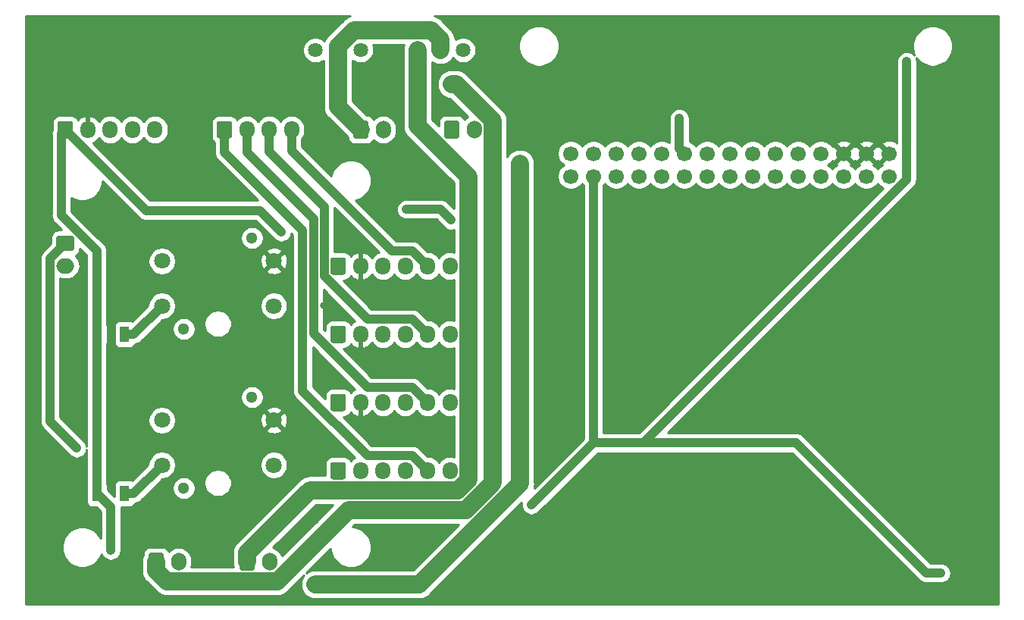
<source format=gtl>
%TF.GenerationSoftware,KiCad,Pcbnew,(5.1.8)-1*%
%TF.CreationDate,2021-03-06T21:29:21+09:00*%
%TF.ProjectId,sub_bord,7375625f-626f-4726-942e-6b696361645f,rev?*%
%TF.SameCoordinates,PX9896800PY660b0c0*%
%TF.FileFunction,Copper,L1,Top*%
%TF.FilePolarity,Positive*%
%FSLAX46Y46*%
G04 Gerber Fmt 4.6, Leading zero omitted, Abs format (unit mm)*
G04 Created by KiCad (PCBNEW (5.1.8)-1) date 2021-03-06 21:29:21*
%MOMM*%
%LPD*%
G01*
G04 APERTURE LIST*
%TA.AperFunction,ComponentPad*%
%ADD10O,1.700000X1.950000*%
%TD*%
%TA.AperFunction,ComponentPad*%
%ADD11O,1.700000X2.000000*%
%TD*%
%TA.AperFunction,ComponentPad*%
%ADD12O,2.000000X1.700000*%
%TD*%
%TA.AperFunction,SMDPad,CuDef*%
%ADD13R,1.050000X1.800000*%
%TD*%
%TA.AperFunction,ComponentPad*%
%ADD14C,1.800000*%
%TD*%
%TA.AperFunction,ComponentPad*%
%ADD15C,1.300000*%
%TD*%
%TA.AperFunction,ComponentPad*%
%ADD16C,1.635000*%
%TD*%
%TA.AperFunction,ComponentPad*%
%ADD17C,1.700000*%
%TD*%
%TA.AperFunction,ViaPad*%
%ADD18C,0.800000*%
%TD*%
%TA.AperFunction,Conductor*%
%ADD19C,1.000000*%
%TD*%
%TA.AperFunction,Conductor*%
%ADD20C,2.000000*%
%TD*%
%TA.AperFunction,Conductor*%
%ADD21C,0.254000*%
%TD*%
%TA.AperFunction,Conductor*%
%ADD22C,0.100000*%
%TD*%
G04 APERTURE END LIST*
%TO.P,J2,1*%
%TO.N,Net-(J2-Pad1)*%
%TA.AperFunction,ComponentPad*%
G36*
G01*
X22030000Y52935000D02*
X22030000Y54385000D01*
G75*
G02*
X22280000Y54635000I250000J0D01*
G01*
X23480000Y54635000D01*
G75*
G02*
X23730000Y54385000I0J-250000D01*
G01*
X23730000Y52935000D01*
G75*
G02*
X23480000Y52685000I-250000J0D01*
G01*
X22280000Y52685000D01*
G75*
G02*
X22030000Y52935000I0J250000D01*
G01*
G37*
%TD.AperFunction*%
D10*
%TO.P,J2,2*%
%TO.N,Net-(J2-Pad2)*%
X25380000Y53660000D03*
%TO.P,J2,3*%
%TO.N,Net-(J2-Pad3)*%
X27880000Y53660000D03*
%TO.P,J2,4*%
%TO.N,Net-(J2-Pad4)*%
X30380000Y53660000D03*
%TD*%
%TO.P,J3,6*%
%TO.N,N/C*%
X48080000Y15560000D03*
%TO.P,J3,5*%
%TO.N,Net-(J2-Pad1)*%
X45580000Y15560000D03*
%TO.P,J3,4*%
%TO.N,Net-(J1-Pad4)*%
X43080000Y15560000D03*
%TO.P,J3,3*%
%TO.N,Net-(J1-Pad3)*%
X40580000Y15560000D03*
%TO.P,J3,2*%
%TO.N,Net-(J1-Pad2)*%
X38080000Y15560000D03*
%TO.P,J3,1*%
%TO.N,Net-(J1-Pad1)*%
%TA.AperFunction,ComponentPad*%
G36*
G01*
X34730000Y14835000D02*
X34730000Y16285000D01*
G75*
G02*
X34980000Y16535000I250000J0D01*
G01*
X36180000Y16535000D01*
G75*
G02*
X36430000Y16285000I0J-250000D01*
G01*
X36430000Y14835000D01*
G75*
G02*
X36180000Y14585000I-250000J0D01*
G01*
X34980000Y14585000D01*
G75*
G02*
X34730000Y14835000I0J250000D01*
G01*
G37*
%TD.AperFunction*%
%TD*%
%TO.P,J4,1*%
%TO.N,Net-(J1-Pad1)*%
%TA.AperFunction,ComponentPad*%
G36*
G01*
X34730000Y22455000D02*
X34730000Y23905000D01*
G75*
G02*
X34980000Y24155000I250000J0D01*
G01*
X36180000Y24155000D01*
G75*
G02*
X36430000Y23905000I0J-250000D01*
G01*
X36430000Y22455000D01*
G75*
G02*
X36180000Y22205000I-250000J0D01*
G01*
X34980000Y22205000D01*
G75*
G02*
X34730000Y22455000I0J250000D01*
G01*
G37*
%TD.AperFunction*%
%TO.P,J4,2*%
%TO.N,Net-(J1-Pad2)*%
X38080000Y23180000D03*
%TO.P,J4,3*%
%TO.N,Net-(J1-Pad3)*%
X40580000Y23180000D03*
%TO.P,J4,4*%
%TO.N,Net-(J1-Pad4)*%
X43080000Y23180000D03*
%TO.P,J4,5*%
%TO.N,Net-(J2-Pad2)*%
X45580000Y23180000D03*
%TO.P,J4,6*%
%TO.N,N/C*%
X48080000Y23180000D03*
%TD*%
%TO.P,J5,6*%
%TO.N,N/C*%
X48080000Y30800000D03*
%TO.P,J5,5*%
%TO.N,Net-(J2-Pad3)*%
X45580000Y30800000D03*
%TO.P,J5,4*%
%TO.N,Net-(J1-Pad4)*%
X43080000Y30800000D03*
%TO.P,J5,3*%
%TO.N,Net-(J1-Pad3)*%
X40580000Y30800000D03*
%TO.P,J5,2*%
%TO.N,Net-(J1-Pad2)*%
X38080000Y30800000D03*
%TO.P,J5,1*%
%TO.N,Net-(J1-Pad1)*%
%TA.AperFunction,ComponentPad*%
G36*
G01*
X34730000Y30075000D02*
X34730000Y31525000D01*
G75*
G02*
X34980000Y31775000I250000J0D01*
G01*
X36180000Y31775000D01*
G75*
G02*
X36430000Y31525000I0J-250000D01*
G01*
X36430000Y30075000D01*
G75*
G02*
X36180000Y29825000I-250000J0D01*
G01*
X34980000Y29825000D01*
G75*
G02*
X34730000Y30075000I0J250000D01*
G01*
G37*
%TD.AperFunction*%
%TD*%
%TO.P,J6,1*%
%TO.N,Net-(J1-Pad1)*%
%TA.AperFunction,ComponentPad*%
G36*
G01*
X34730000Y37695000D02*
X34730000Y39145000D01*
G75*
G02*
X34980000Y39395000I250000J0D01*
G01*
X36180000Y39395000D01*
G75*
G02*
X36430000Y39145000I0J-250000D01*
G01*
X36430000Y37695000D01*
G75*
G02*
X36180000Y37445000I-250000J0D01*
G01*
X34980000Y37445000D01*
G75*
G02*
X34730000Y37695000I0J250000D01*
G01*
G37*
%TD.AperFunction*%
%TO.P,J6,2*%
%TO.N,Net-(J1-Pad2)*%
X38080000Y38420000D03*
%TO.P,J6,3*%
%TO.N,Net-(J1-Pad3)*%
X40580000Y38420000D03*
%TO.P,J6,4*%
%TO.N,Net-(J1-Pad4)*%
X43080000Y38420000D03*
%TO.P,J6,5*%
%TO.N,Net-(J2-Pad4)*%
X45580000Y38420000D03*
%TO.P,J6,6*%
%TO.N,N/C*%
X48080000Y38420000D03*
%TD*%
%TO.P,J7,1*%
%TO.N,Net-(J11-Pad1)*%
%TA.AperFunction,ComponentPad*%
G36*
G01*
X37270000Y52910000D02*
X37270000Y54410000D01*
G75*
G02*
X37520000Y54660000I250000J0D01*
G01*
X38720000Y54660000D01*
G75*
G02*
X38970000Y54410000I0J-250000D01*
G01*
X38970000Y52910000D01*
G75*
G02*
X38720000Y52660000I-250000J0D01*
G01*
X37520000Y52660000D01*
G75*
G02*
X37270000Y52910000I0J250000D01*
G01*
G37*
%TD.AperFunction*%
D11*
%TO.P,J7,2*%
%TO.N,Net-(J11-Pad2)*%
X40620000Y53660000D03*
%TD*%
%TO.P,J8,2*%
%TO.N,Net-(J11-Pad2)*%
X17760000Y5400000D03*
%TO.P,J8,1*%
%TO.N,Net-(J8-Pad1)*%
%TA.AperFunction,ComponentPad*%
G36*
G01*
X14410000Y4650000D02*
X14410000Y6150000D01*
G75*
G02*
X14660000Y6400000I250000J0D01*
G01*
X15860000Y6400000D01*
G75*
G02*
X16110000Y6150000I0J-250000D01*
G01*
X16110000Y4650000D01*
G75*
G02*
X15860000Y4400000I-250000J0D01*
G01*
X14660000Y4400000D01*
G75*
G02*
X14410000Y4650000I0J250000D01*
G01*
G37*
%TD.AperFunction*%
%TD*%
%TO.P,J9,1*%
%TO.N,Net-(J9-Pad1)*%
%TA.AperFunction,ComponentPad*%
G36*
G01*
X24570000Y4650000D02*
X24570000Y6150000D01*
G75*
G02*
X24820000Y6400000I250000J0D01*
G01*
X26020000Y6400000D01*
G75*
G02*
X26270000Y6150000I0J-250000D01*
G01*
X26270000Y4650000D01*
G75*
G02*
X26020000Y4400000I-250000J0D01*
G01*
X24820000Y4400000D01*
G75*
G02*
X24570000Y4650000I0J250000D01*
G01*
G37*
%TD.AperFunction*%
%TO.P,J9,2*%
%TO.N,Net-(J11-Pad2)*%
X27920000Y5400000D03*
%TD*%
D12*
%TO.P,J10,2*%
%TO.N,Net-(J10-Pad2)*%
X5100000Y38460000D03*
%TO.P,J10,1*%
%TO.N,Net-(J10-Pad1)*%
%TA.AperFunction,ComponentPad*%
G36*
G01*
X4350000Y41810000D02*
X5850000Y41810000D01*
G75*
G02*
X6100000Y41560000I0J-250000D01*
G01*
X6100000Y40360000D01*
G75*
G02*
X5850000Y40110000I-250000J0D01*
G01*
X4350000Y40110000D01*
G75*
G02*
X4100000Y40360000I0J250000D01*
G01*
X4100000Y41560000D01*
G75*
G02*
X4350000Y41810000I250000J0D01*
G01*
G37*
%TD.AperFunction*%
%TD*%
%TO.P,J11,1*%
%TO.N,Net-(J11-Pad1)*%
%TA.AperFunction,ComponentPad*%
G36*
G01*
X47430000Y52910000D02*
X47430000Y54410000D01*
G75*
G02*
X47680000Y54660000I250000J0D01*
G01*
X48880000Y54660000D01*
G75*
G02*
X49130000Y54410000I0J-250000D01*
G01*
X49130000Y52910000D01*
G75*
G02*
X48880000Y52660000I-250000J0D01*
G01*
X47680000Y52660000D01*
G75*
G02*
X47430000Y52910000I0J250000D01*
G01*
G37*
%TD.AperFunction*%
D11*
%TO.P,J11,2*%
%TO.N,Net-(J11-Pad2)*%
X50780000Y53660000D03*
%TD*%
D13*
%TO.P,R1,2*%
%TO.N,Net-(J10-Pad1)*%
X11730000Y13020000D03*
%TO.P,R1,1*%
%TO.N,Net-(J1-Pad1)*%
X8630000Y13020000D03*
%TD*%
%TO.P,R2,1*%
%TO.N,Net-(J10-Pad2)*%
X11730000Y30800000D03*
%TO.P,R2,2*%
%TO.N,Net-(J1-Pad1)*%
X8630000Y30800000D03*
%TD*%
D14*
%TO.P,S1,1*%
%TO.N,Net-(J10-Pad1)*%
X15895000Y16195000D03*
%TO.P,S1,2*%
%TO.N,N/C*%
X28395000Y16195000D03*
%TO.P,S1,3*%
X15895000Y21195000D03*
%TO.P,S1,4*%
%TO.N,Net-(J1-Pad2)*%
X28395000Y21195000D03*
D15*
%TO.P,S1,MH1*%
%TO.N,N/C*%
X18335000Y13615000D03*
%TO.P,S1,MH2*%
X25955000Y23775000D03*
%TD*%
%TO.P,S2,MH2*%
%TO.N,N/C*%
X25955000Y41555000D03*
%TO.P,S2,MH1*%
X18335000Y31395000D03*
D14*
%TO.P,S2,4*%
%TO.N,Net-(J1-Pad2)*%
X28395000Y38975000D03*
%TO.P,S2,3*%
%TO.N,N/C*%
X15895000Y38975000D03*
%TO.P,S2,2*%
X28395000Y33975000D03*
%TO.P,S2,1*%
%TO.N,Net-(J10-Pad2)*%
X15895000Y33975000D03*
%TD*%
D16*
%TO.P,S3,3*%
%TO.N,N/C*%
X38120000Y62550000D03*
%TO.P,S3,2*%
%TO.N,Net-(J11-Pad1)*%
X35580000Y62550000D03*
%TO.P,S3,1*%
%TO.N,Net-(J8-Pad1)*%
X33040000Y62550000D03*
%TD*%
%TO.P,S4,1*%
%TO.N,Net-(J9-Pad1)*%
X44470000Y62550000D03*
%TO.P,S4,2*%
%TO.N,Net-(J11-Pad1)*%
X47010000Y62550000D03*
%TO.P,S4,3*%
%TO.N,N/C*%
X49550000Y62550000D03*
%TD*%
D17*
%TO.P,U1,1*%
%TO.N,Net-(J1-Pad2)*%
X97125000Y50990000D03*
%TO.P,U1,2*%
X94585000Y50990000D03*
%TO.P,U1,3*%
X92045000Y50990000D03*
%TO.P,U1,4*%
%TO.N,N/C*%
X89505000Y50990000D03*
%TO.P,U1,5*%
X86965000Y50990000D03*
%TO.P,U1,6*%
X84425000Y50990000D03*
%TO.P,U1,7*%
X81885000Y50990000D03*
%TO.P,U1,8*%
X79345000Y50990000D03*
%TO.P,U1,9*%
%TO.N,Net-(J1-Pad3)*%
X76805000Y50990000D03*
%TO.P,U1,10*%
%TO.N,Net-(J1-Pad5)*%
X74265000Y50990000D03*
%TO.P,U1,11*%
%TO.N,N/C*%
X71725000Y50990000D03*
%TO.P,U1,12*%
X69185000Y50990000D03*
%TO.P,U1,13*%
X66645000Y50990000D03*
%TO.P,U1,14*%
X64105000Y50990000D03*
%TO.P,U1,15*%
X61565000Y50990000D03*
%TO.P,U1,16*%
X97125000Y48450000D03*
%TO.P,U1,17*%
X94585000Y48450000D03*
%TO.P,U1,18*%
X92045000Y48450000D03*
%TO.P,U1,19*%
X89505000Y48450000D03*
%TO.P,U1,20*%
X86965000Y48450000D03*
%TO.P,U1,21*%
X84425000Y48450000D03*
%TO.P,U1,22*%
X81885000Y48450000D03*
%TO.P,U1,23*%
X79345000Y48450000D03*
%TO.P,U1,24*%
%TO.N,Net-(J1-Pad4)*%
X76805000Y48450000D03*
%TO.P,U1,25*%
%TO.N,N/C*%
X74265000Y48450000D03*
%TO.P,U1,26*%
X71725000Y48450000D03*
%TO.P,U1,27*%
X69185000Y48450000D03*
%TO.P,U1,28*%
X66645000Y48450000D03*
%TO.P,U1,29*%
%TO.N,Net-(J1-Pad1)*%
X64105000Y48450000D03*
%TO.P,U1,30*%
%TO.N,N/C*%
X61565000Y48450000D03*
%TD*%
%TO.P,J1,1*%
%TO.N,Net-(J1-Pad1)*%
%TA.AperFunction,ComponentPad*%
G36*
G01*
X4250000Y52935000D02*
X4250000Y54385000D01*
G75*
G02*
X4500000Y54635000I250000J0D01*
G01*
X5700000Y54635000D01*
G75*
G02*
X5950000Y54385000I0J-250000D01*
G01*
X5950000Y52935000D01*
G75*
G02*
X5700000Y52685000I-250000J0D01*
G01*
X4500000Y52685000D01*
G75*
G02*
X4250000Y52935000I0J250000D01*
G01*
G37*
%TD.AperFunction*%
D10*
%TO.P,J1,2*%
%TO.N,Net-(J1-Pad2)*%
X7600000Y53660000D03*
%TO.P,J1,3*%
%TO.N,Net-(J1-Pad3)*%
X10100000Y53660000D03*
%TO.P,J1,4*%
%TO.N,Net-(J1-Pad4)*%
X12600000Y53660000D03*
%TO.P,J1,5*%
%TO.N,Net-(J1-Pad5)*%
X15100000Y53660000D03*
%TD*%
D18*
%TO.N,Net-(J1-Pad1)*%
X29230000Y42230000D03*
X10180000Y6670000D03*
X57170000Y11750000D03*
X99080000Y61280000D03*
X102890000Y4130000D03*
%TO.N,Net-(J1-Pad2)*%
X107000000Y65000000D03*
X38080000Y21080000D03*
X48000000Y19000000D03*
X48000000Y27000000D03*
X48000000Y35000000D03*
X48000000Y41000000D03*
X75000000Y36000000D03*
X43000000Y7000000D03*
X33000000Y10000000D03*
X6000000Y29000000D03*
X34000000Y26000000D03*
X34000000Y34000000D03*
X18000000Y61000000D03*
X28000000Y61000000D03*
X9000000Y61000000D03*
%TO.N,Net-(J1-Pad4)*%
X43200000Y44770000D03*
X48220000Y43560000D03*
%TO.N,Net-(J1-Pad5)*%
X73680000Y54930000D03*
%TO.N,Net-(J11-Pad2)*%
X55900000Y49850000D03*
X33040000Y2860000D03*
%TO.N,Net-(J8-Pad1)*%
X48280000Y58740000D03*
%TO.N,Net-(J10-Pad1)*%
X6370000Y18100000D03*
%TD*%
D19*
%TO.N,Net-(J1-Pad1)*%
X8630000Y13020000D02*
X8630000Y30800000D01*
X4663422Y53223422D02*
X5100000Y53660000D01*
X4663422Y44090098D02*
X4663422Y53223422D01*
X8630000Y40123520D02*
X4663422Y44090098D01*
X8630000Y30800000D02*
X8630000Y40123520D01*
X26832818Y44627182D02*
X29230000Y42230000D01*
X14132818Y44627182D02*
X26832818Y44627182D01*
X5100000Y53660000D02*
X14132818Y44627182D01*
X10180000Y11470000D02*
X8630000Y13020000D01*
X10180000Y6670000D02*
X10180000Y11470000D01*
X64105000Y18685000D02*
X57170000Y11750000D01*
X64105000Y48450000D02*
X64105000Y18685000D01*
X99080000Y48110998D02*
X99080000Y61280000D01*
X69654002Y18685000D02*
X99080000Y48110998D01*
X64105000Y18685000D02*
X69654002Y18685000D01*
X101290000Y4130000D02*
X102890000Y4130000D01*
X86735000Y18685000D02*
X101290000Y4130000D01*
X69654002Y18685000D02*
X86735000Y18685000D01*
%TO.N,Net-(J1-Pad4)*%
X43200000Y44770000D02*
X47010000Y44770000D01*
X47010000Y44770000D02*
X48220000Y43560000D01*
%TO.N,Net-(J1-Pad5)*%
X73680000Y51575000D02*
X74265000Y50990000D01*
X73680000Y54930000D02*
X73680000Y51575000D01*
%TO.N,Net-(J2-Pad1)*%
X22880000Y53660000D02*
X22880000Y51120000D01*
X43904990Y17235010D02*
X45580000Y15560000D01*
X38856470Y17235010D02*
X43904990Y17235010D01*
X31629970Y24461510D02*
X38856470Y17235010D01*
X31629970Y42370030D02*
X31629970Y24461510D01*
X22880000Y51120000D02*
X31629970Y42370030D01*
%TO.N,Net-(J2-Pad2)*%
X25380000Y53660000D02*
X25380000Y51160000D01*
X43904990Y24855010D02*
X45580000Y23180000D01*
X38856470Y24855010D02*
X43904990Y24855010D01*
X32829980Y30881500D02*
X38856470Y24855010D01*
X32829980Y43710020D02*
X32829980Y30881500D01*
X25380000Y51160000D02*
X32829980Y43710020D01*
%TO.N,Net-(J2-Pad3)*%
X27880000Y53660000D02*
X27880000Y51200000D01*
X43904990Y32475010D02*
X45580000Y30800000D01*
X38856470Y32475010D02*
X43904990Y32475010D01*
X34029990Y37301490D02*
X38856470Y32475010D01*
X34029990Y45050010D02*
X34029990Y37301490D01*
X27880000Y51200000D02*
X34029990Y45050010D01*
%TO.N,Net-(J2-Pad4)*%
X43904990Y40095010D02*
X45580000Y38420000D01*
X41605126Y40095010D02*
X43904990Y40095010D01*
X30380000Y51320136D02*
X41605126Y40095010D01*
X30380000Y53660000D02*
X30380000Y51320136D01*
D20*
%TO.N,Net-(J11-Pad1)*%
X35580000Y56200000D02*
X38120000Y53660000D01*
X35580000Y62550000D02*
X35580000Y56200000D01*
X45966109Y64750010D02*
X47010000Y63706119D01*
X37334108Y64750010D02*
X45966109Y64750010D01*
X35580000Y62995902D02*
X37334108Y64750010D01*
X47010000Y63706119D02*
X47010000Y62550000D01*
X35580000Y62550000D02*
X35580000Y62995902D01*
%TO.N,Net-(J11-Pad2)*%
X44626717Y2860000D02*
X33040000Y2860000D01*
X55900000Y14133283D02*
X44626717Y2860000D01*
X55900000Y49850000D02*
X55900000Y14133283D01*
%TO.N,Net-(J8-Pad1)*%
X28769141Y3199990D02*
X36754131Y11184980D01*
X16460010Y3199990D02*
X28769141Y3199990D01*
X15260000Y4400000D02*
X16460010Y3199990D01*
X15260000Y5400000D02*
X15260000Y4400000D01*
X48749151Y58740000D02*
X48280000Y58740000D01*
X52830010Y54659141D02*
X48749151Y58740000D01*
X52830010Y14174576D02*
X52830010Y54659141D01*
X49840414Y11184980D02*
X52830010Y14174576D01*
X36754131Y11184980D02*
X49840414Y11184980D01*
%TO.N,Net-(J9-Pad1)*%
X44470000Y54069374D02*
X44470000Y62550000D01*
X50130010Y48409364D02*
X44470000Y54069374D01*
X50130010Y14585859D02*
X50130010Y48409364D01*
X48929141Y13384990D02*
X50130010Y14585859D01*
X32404990Y13384990D02*
X48929141Y13384990D01*
X25420000Y6400000D02*
X32404990Y13384990D01*
X25420000Y5400000D02*
X25420000Y6400000D01*
D19*
%TO.N,Net-(J10-Pad2)*%
X12720000Y30800000D02*
X15895000Y33975000D01*
X11730000Y30800000D02*
X12720000Y30800000D01*
%TO.N,Net-(J10-Pad1)*%
X12720000Y13020000D02*
X15895000Y16195000D01*
X11730000Y13020000D02*
X12720000Y13020000D01*
X3399990Y21070010D02*
X6370000Y18100000D01*
X3399990Y39259990D02*
X3399990Y21070010D01*
X5100000Y40960000D02*
X3399990Y39259990D01*
%TD*%
D21*
%TO.N,Net-(J1-Pad2)*%
X36705393Y66267862D02*
X36421356Y66116041D01*
X36172394Y65911724D01*
X36121187Y65849328D01*
X34480685Y64208825D01*
X34418286Y64157616D01*
X34213969Y63908654D01*
X34062148Y63624617D01*
X34052228Y63591917D01*
X33965915Y63678230D01*
X33728017Y63837189D01*
X33463679Y63946681D01*
X33183059Y64002500D01*
X32896941Y64002500D01*
X32616321Y63946681D01*
X32351983Y63837189D01*
X32114085Y63678230D01*
X31911770Y63475915D01*
X31752811Y63238017D01*
X31643319Y62973679D01*
X31587500Y62693059D01*
X31587500Y62406941D01*
X31643319Y62126321D01*
X31752811Y61861983D01*
X31911770Y61624085D01*
X32114085Y61421770D01*
X32351983Y61262811D01*
X32616321Y61153319D01*
X32896941Y61097500D01*
X33183059Y61097500D01*
X33463679Y61153319D01*
X33728017Y61262811D01*
X33945000Y61407795D01*
X33945001Y56280329D01*
X33937089Y56200000D01*
X33968658Y55879484D01*
X34062148Y55571286D01*
X34171637Y55366447D01*
X34213970Y55287248D01*
X34418287Y55038286D01*
X34480682Y54987080D01*
X36640031Y52827730D01*
X36648992Y52736746D01*
X36699528Y52570150D01*
X36781595Y52416614D01*
X36892038Y52282038D01*
X37026614Y52171595D01*
X37180150Y52089528D01*
X37346746Y52038992D01*
X37520000Y52021928D01*
X38070869Y52021928D01*
X38119999Y52017089D01*
X38169129Y52021928D01*
X38720000Y52021928D01*
X38893254Y52038992D01*
X39059850Y52089528D01*
X39213386Y52171595D01*
X39347962Y52282038D01*
X39458405Y52416614D01*
X39512777Y52518337D01*
X39564866Y52454866D01*
X39790987Y52269294D01*
X40048967Y52131401D01*
X40328890Y52046487D01*
X40620000Y52017815D01*
X40911111Y52046487D01*
X41191034Y52131401D01*
X41449014Y52269294D01*
X41675134Y52454866D01*
X41860706Y52680986D01*
X41998599Y52938967D01*
X42083513Y53218890D01*
X42105000Y53437051D01*
X42105000Y53882950D01*
X42083513Y54101111D01*
X41998599Y54381034D01*
X41860706Y54639014D01*
X41675134Y54865134D01*
X41449013Y55050706D01*
X41191033Y55188599D01*
X40911110Y55273513D01*
X40620000Y55302185D01*
X40328889Y55273513D01*
X40048966Y55188599D01*
X39790986Y55050706D01*
X39564866Y54865134D01*
X39512777Y54801663D01*
X39458405Y54903386D01*
X39347962Y55037962D01*
X39213386Y55148405D01*
X39059850Y55230472D01*
X38893254Y55281008D01*
X38802270Y55289969D01*
X37215000Y56877238D01*
X37215000Y61407795D01*
X37431983Y61262811D01*
X37696321Y61153319D01*
X37976941Y61097500D01*
X38263059Y61097500D01*
X38543679Y61153319D01*
X38808017Y61262811D01*
X39045915Y61421770D01*
X39248230Y61624085D01*
X39407189Y61861983D01*
X39516681Y62126321D01*
X39572500Y62406941D01*
X39572500Y62693059D01*
X39516681Y62973679D01*
X39458140Y63115010D01*
X42932824Y63115010D01*
X42858658Y62870516D01*
X42835001Y62630322D01*
X42835000Y54149694D01*
X42827089Y54069374D01*
X42835000Y53989055D01*
X42835000Y53989053D01*
X42858657Y53748859D01*
X42952148Y53440660D01*
X43103969Y53156623D01*
X43308286Y52907660D01*
X43370687Y52856449D01*
X48495011Y47732124D01*
X48495011Y44890121D01*
X47851996Y45533135D01*
X47816449Y45576449D01*
X47643623Y45718284D01*
X47446447Y45823676D01*
X47232499Y45888577D01*
X47065752Y45905000D01*
X47065751Y45905000D01*
X47010000Y45910491D01*
X46954249Y45905000D01*
X43144248Y45905000D01*
X42977501Y45888577D01*
X42763553Y45823676D01*
X42566377Y45718284D01*
X42393551Y45576449D01*
X42251716Y45403623D01*
X42146324Y45206447D01*
X42081423Y44992499D01*
X42059509Y44770000D01*
X42081423Y44547501D01*
X42146324Y44333553D01*
X42251716Y44136377D01*
X42393551Y43963551D01*
X42566377Y43821716D01*
X42763553Y43716324D01*
X42977501Y43651423D01*
X43144248Y43635000D01*
X46539869Y43635000D01*
X47456856Y42718012D01*
X47586376Y42611717D01*
X47783552Y42506325D01*
X47997500Y42441424D01*
X48219999Y42419510D01*
X48442498Y42441424D01*
X48495011Y42457354D01*
X48495011Y39970928D01*
X48371110Y40008513D01*
X48080000Y40037185D01*
X47788889Y40008513D01*
X47508966Y39923599D01*
X47250986Y39785706D01*
X47024866Y39600134D01*
X46839294Y39374013D01*
X46830000Y39356626D01*
X46820706Y39374014D01*
X46635134Y39600134D01*
X46409013Y39785706D01*
X46151033Y39923599D01*
X45871110Y40008513D01*
X45580000Y40037185D01*
X45569027Y40036104D01*
X44746986Y40858145D01*
X44711439Y40901459D01*
X44538613Y41043294D01*
X44341437Y41148686D01*
X44127489Y41213587D01*
X43960742Y41230010D01*
X43960741Y41230010D01*
X43904990Y41235501D01*
X43849239Y41230010D01*
X42075258Y41230010D01*
X37516086Y45789182D01*
X37661849Y45818176D01*
X38074785Y45989220D01*
X38446417Y46237536D01*
X38762464Y46553583D01*
X39010780Y46925215D01*
X39181824Y47338151D01*
X39269021Y47776521D01*
X39269021Y48223479D01*
X39181824Y48661849D01*
X39010780Y49074785D01*
X38762464Y49446417D01*
X38446417Y49762464D01*
X38074785Y50010780D01*
X37661849Y50181824D01*
X37223479Y50269021D01*
X36776521Y50269021D01*
X36338151Y50181824D01*
X35925215Y50010780D01*
X35553583Y49762464D01*
X35237536Y49446417D01*
X34989220Y49074785D01*
X34818176Y48661849D01*
X34789182Y48516085D01*
X31515000Y51790267D01*
X31515000Y52577183D01*
X31620706Y52705986D01*
X31758599Y52963967D01*
X31843513Y53243890D01*
X31865000Y53462051D01*
X31865000Y53857950D01*
X31843513Y54076111D01*
X31758599Y54356034D01*
X31620706Y54614014D01*
X31435134Y54840134D01*
X31209013Y55025706D01*
X30951033Y55163599D01*
X30671110Y55248513D01*
X30380000Y55277185D01*
X30088889Y55248513D01*
X29808966Y55163599D01*
X29550986Y55025706D01*
X29324866Y54840134D01*
X29139294Y54614013D01*
X29130000Y54596626D01*
X29120706Y54614014D01*
X28935134Y54840134D01*
X28709013Y55025706D01*
X28451033Y55163599D01*
X28171110Y55248513D01*
X27880000Y55277185D01*
X27588889Y55248513D01*
X27308966Y55163599D01*
X27050986Y55025706D01*
X26824866Y54840134D01*
X26639294Y54614013D01*
X26630000Y54596626D01*
X26620706Y54614014D01*
X26435134Y54840134D01*
X26209013Y55025706D01*
X25951033Y55163599D01*
X25671110Y55248513D01*
X25380000Y55277185D01*
X25088889Y55248513D01*
X24808966Y55163599D01*
X24550986Y55025706D01*
X24324866Y54840134D01*
X24272777Y54776663D01*
X24218405Y54878386D01*
X24107962Y55012962D01*
X23973386Y55123405D01*
X23819850Y55205472D01*
X23653254Y55256008D01*
X23480000Y55273072D01*
X22280000Y55273072D01*
X22106746Y55256008D01*
X21940150Y55205472D01*
X21786614Y55123405D01*
X21652038Y55012962D01*
X21541595Y54878386D01*
X21459528Y54724850D01*
X21408992Y54558254D01*
X21391928Y54385000D01*
X21391928Y52935000D01*
X21408992Y52761746D01*
X21459528Y52595150D01*
X21541595Y52441614D01*
X21652038Y52307038D01*
X21745001Y52230746D01*
X21745001Y51175761D01*
X21739509Y51120000D01*
X21761423Y50897502D01*
X21826324Y50683554D01*
X21856705Y50626716D01*
X21931717Y50486377D01*
X22073552Y50313551D01*
X22116860Y50278009D01*
X26632686Y45762182D01*
X14602951Y45762182D01*
X8189958Y52175173D01*
X8219858Y52185648D01*
X8471193Y52332504D01*
X8689049Y52525571D01*
X8845538Y52731722D01*
X8859294Y52705986D01*
X9044866Y52479866D01*
X9270987Y52294294D01*
X9528967Y52156401D01*
X9808890Y52071487D01*
X10100000Y52042815D01*
X10391111Y52071487D01*
X10671034Y52156401D01*
X10929014Y52294294D01*
X11155134Y52479866D01*
X11340706Y52705986D01*
X11350000Y52723374D01*
X11359294Y52705986D01*
X11544866Y52479866D01*
X11770987Y52294294D01*
X12028967Y52156401D01*
X12308890Y52071487D01*
X12600000Y52042815D01*
X12891111Y52071487D01*
X13171034Y52156401D01*
X13429014Y52294294D01*
X13655134Y52479866D01*
X13840706Y52705986D01*
X13850000Y52723374D01*
X13859294Y52705986D01*
X14044866Y52479866D01*
X14270987Y52294294D01*
X14528967Y52156401D01*
X14808890Y52071487D01*
X15100000Y52042815D01*
X15391111Y52071487D01*
X15671034Y52156401D01*
X15929014Y52294294D01*
X16155134Y52479866D01*
X16340706Y52705986D01*
X16478599Y52963967D01*
X16563513Y53243890D01*
X16585000Y53462051D01*
X16585000Y53857950D01*
X16563513Y54076111D01*
X16478599Y54356034D01*
X16340706Y54614014D01*
X16155134Y54840134D01*
X15929013Y55025706D01*
X15671033Y55163599D01*
X15391110Y55248513D01*
X15100000Y55277185D01*
X14808889Y55248513D01*
X14528966Y55163599D01*
X14270986Y55025706D01*
X14044866Y54840134D01*
X13859294Y54614013D01*
X13850000Y54596626D01*
X13840706Y54614014D01*
X13655134Y54840134D01*
X13429013Y55025706D01*
X13171033Y55163599D01*
X12891110Y55248513D01*
X12600000Y55277185D01*
X12308889Y55248513D01*
X12028966Y55163599D01*
X11770986Y55025706D01*
X11544866Y54840134D01*
X11359294Y54614013D01*
X11350000Y54596626D01*
X11340706Y54614014D01*
X11155134Y54840134D01*
X10929013Y55025706D01*
X10671033Y55163599D01*
X10391110Y55248513D01*
X10100000Y55277185D01*
X9808889Y55248513D01*
X9528966Y55163599D01*
X9270986Y55025706D01*
X9044866Y54840134D01*
X8859294Y54614013D01*
X8845538Y54588278D01*
X8689049Y54794429D01*
X8471193Y54987496D01*
X8219858Y55134352D01*
X7956890Y55226476D01*
X7727000Y55105155D01*
X7727000Y53787000D01*
X7747000Y53787000D01*
X7747000Y53533000D01*
X7727000Y53533000D01*
X7727000Y53513000D01*
X7473000Y53513000D01*
X7473000Y53533000D01*
X7453000Y53533000D01*
X7453000Y53787000D01*
X7473000Y53787000D01*
X7473000Y55105155D01*
X7243110Y55226476D01*
X6980142Y55134352D01*
X6728807Y54987496D01*
X6510951Y54794429D01*
X6494714Y54773039D01*
X6438405Y54878386D01*
X6327962Y55012962D01*
X6193386Y55123405D01*
X6039850Y55205472D01*
X5873254Y55256008D01*
X5700000Y55273072D01*
X4500000Y55273072D01*
X4326746Y55256008D01*
X4160150Y55205472D01*
X4006614Y55123405D01*
X3872038Y55012962D01*
X3761595Y54878386D01*
X3679528Y54724850D01*
X3628992Y54558254D01*
X3611928Y54385000D01*
X3611928Y53663950D01*
X3609746Y53659868D01*
X3544845Y53445920D01*
X3522931Y53223422D01*
X3528423Y53167661D01*
X3528422Y44145850D01*
X3522931Y44090098D01*
X3532155Y43996448D01*
X3544845Y43867600D01*
X3609746Y43653652D01*
X3715138Y43456475D01*
X3856973Y43283649D01*
X3900287Y43248102D01*
X4700317Y42448072D01*
X4350000Y42448072D01*
X4176746Y42431008D01*
X4010150Y42380472D01*
X3856614Y42298405D01*
X3722038Y42187962D01*
X3611595Y42053386D01*
X3529528Y41899850D01*
X3478992Y41733254D01*
X3461928Y41560000D01*
X3461928Y40927060D01*
X2636855Y40101986D01*
X2593541Y40066439D01*
X2451706Y39893613D01*
X2349339Y39702095D01*
X2346314Y39696436D01*
X2281413Y39482488D01*
X2259499Y39259990D01*
X2264990Y39204239D01*
X2264991Y21125772D01*
X2259499Y21070010D01*
X2281413Y20847512D01*
X2346314Y20633564D01*
X2346315Y20633563D01*
X2451707Y20436387D01*
X2593542Y20263561D01*
X2636850Y20228019D01*
X5606856Y17258012D01*
X5736376Y17151717D01*
X5933552Y17046325D01*
X6147500Y16981424D01*
X6369999Y16959510D01*
X6592498Y16981424D01*
X6806446Y17046325D01*
X7003622Y17151717D01*
X7176448Y17293552D01*
X7318283Y17466378D01*
X7423675Y17663554D01*
X7488576Y17877502D01*
X7495000Y17942730D01*
X7495000Y14096607D01*
X7479188Y14044482D01*
X7466928Y13920000D01*
X7466928Y12120000D01*
X7479188Y11995518D01*
X7515498Y11875820D01*
X7574463Y11765506D01*
X7653815Y11668815D01*
X7750506Y11589463D01*
X7860820Y11530498D01*
X7980518Y11494188D01*
X8105000Y11481928D01*
X8562941Y11481928D01*
X9045001Y10999867D01*
X9045000Y7992170D01*
X9010780Y8074785D01*
X8762464Y8446417D01*
X8446417Y8762464D01*
X8074785Y9010780D01*
X7661849Y9181824D01*
X7223479Y9269021D01*
X6776521Y9269021D01*
X6338151Y9181824D01*
X5925215Y9010780D01*
X5553583Y8762464D01*
X5237536Y8446417D01*
X4989220Y8074785D01*
X4818176Y7661849D01*
X4730979Y7223479D01*
X4730979Y6776521D01*
X4818176Y6338151D01*
X4989220Y5925215D01*
X5237536Y5553583D01*
X5553583Y5237536D01*
X5925215Y4989220D01*
X6338151Y4818176D01*
X6776521Y4730979D01*
X7223479Y4730979D01*
X7661849Y4818176D01*
X8074785Y4989220D01*
X8446417Y5237536D01*
X8762464Y5553583D01*
X9010780Y5925215D01*
X9133183Y6220722D01*
X9231716Y6036377D01*
X9373551Y5863551D01*
X9546377Y5721716D01*
X9743553Y5616324D01*
X9957501Y5551423D01*
X10180000Y5529509D01*
X10402498Y5551423D01*
X10616446Y5616324D01*
X10813623Y5721716D01*
X10986449Y5863551D01*
X11128284Y6036377D01*
X11233676Y6233553D01*
X11298577Y6447501D01*
X11315000Y6614248D01*
X11315000Y11414249D01*
X11320491Y11470001D01*
X11319316Y11481928D01*
X12255000Y11481928D01*
X12379482Y11494188D01*
X12499180Y11530498D01*
X12609494Y11589463D01*
X12706185Y11668815D01*
X12785537Y11765506D01*
X12844502Y11875820D01*
X12849490Y11892262D01*
X12942499Y11901423D01*
X13156447Y11966324D01*
X13353623Y12071716D01*
X13526449Y12213551D01*
X13561996Y12256865D01*
X15046692Y13741561D01*
X17050000Y13741561D01*
X17050000Y13488439D01*
X17099381Y13240179D01*
X17196247Y13006324D01*
X17336875Y12795860D01*
X17515860Y12616875D01*
X17726324Y12476247D01*
X17960179Y12379381D01*
X18208439Y12330000D01*
X18461561Y12330000D01*
X18709821Y12379381D01*
X18943676Y12476247D01*
X19154140Y12616875D01*
X19333125Y12795860D01*
X19473753Y13006324D01*
X19570619Y13240179D01*
X19620000Y13488439D01*
X19620000Y13741561D01*
X19570619Y13989821D01*
X19473753Y14223676D01*
X19391896Y14346184D01*
X20610000Y14346184D01*
X20610000Y14043816D01*
X20668989Y13747257D01*
X20784701Y13467905D01*
X20952688Y13216495D01*
X21166495Y13002688D01*
X21417905Y12834701D01*
X21697257Y12718989D01*
X21993816Y12660000D01*
X22296184Y12660000D01*
X22592743Y12718989D01*
X22872095Y12834701D01*
X23123505Y13002688D01*
X23337312Y13216495D01*
X23505299Y13467905D01*
X23621011Y13747257D01*
X23680000Y14043816D01*
X23680000Y14346184D01*
X23621011Y14642743D01*
X23505299Y14922095D01*
X23337312Y15173505D01*
X23123505Y15387312D01*
X22872095Y15555299D01*
X22592743Y15671011D01*
X22296184Y15730000D01*
X21993816Y15730000D01*
X21697257Y15671011D01*
X21417905Y15555299D01*
X21166495Y15387312D01*
X20952688Y15173505D01*
X20784701Y14922095D01*
X20668989Y14642743D01*
X20610000Y14346184D01*
X19391896Y14346184D01*
X19333125Y14434140D01*
X19154140Y14613125D01*
X18943676Y14753753D01*
X18709821Y14850619D01*
X18461561Y14900000D01*
X18208439Y14900000D01*
X17960179Y14850619D01*
X17726324Y14753753D01*
X17515860Y14613125D01*
X17336875Y14434140D01*
X17196247Y14223676D01*
X17099381Y13989821D01*
X17050000Y13741561D01*
X15046692Y13741561D01*
X15965132Y14660000D01*
X16046184Y14660000D01*
X16342743Y14718989D01*
X16622095Y14834701D01*
X16873505Y15002688D01*
X17087312Y15216495D01*
X17255299Y15467905D01*
X17371011Y15747257D01*
X17430000Y16043816D01*
X17430000Y16346184D01*
X26860000Y16346184D01*
X26860000Y16043816D01*
X26918989Y15747257D01*
X27034701Y15467905D01*
X27202688Y15216495D01*
X27416495Y15002688D01*
X27667905Y14834701D01*
X27947257Y14718989D01*
X28243816Y14660000D01*
X28546184Y14660000D01*
X28842743Y14718989D01*
X29122095Y14834701D01*
X29373505Y15002688D01*
X29587312Y15216495D01*
X29755299Y15467905D01*
X29871011Y15747257D01*
X29930000Y16043816D01*
X29930000Y16346184D01*
X29871011Y16642743D01*
X29755299Y16922095D01*
X29587312Y17173505D01*
X29373505Y17387312D01*
X29122095Y17555299D01*
X28842743Y17671011D01*
X28546184Y17730000D01*
X28243816Y17730000D01*
X27947257Y17671011D01*
X27667905Y17555299D01*
X27416495Y17387312D01*
X27202688Y17173505D01*
X27034701Y16922095D01*
X26918989Y16642743D01*
X26860000Y16346184D01*
X17430000Y16346184D01*
X17371011Y16642743D01*
X17255299Y16922095D01*
X17087312Y17173505D01*
X16873505Y17387312D01*
X16622095Y17555299D01*
X16342743Y17671011D01*
X16046184Y17730000D01*
X15743816Y17730000D01*
X15447257Y17671011D01*
X15167905Y17555299D01*
X14916495Y17387312D01*
X14702688Y17173505D01*
X14534701Y16922095D01*
X14418989Y16642743D01*
X14360000Y16346184D01*
X14360000Y16265132D01*
X12567730Y14472861D01*
X12499180Y14509502D01*
X12379482Y14545812D01*
X12255000Y14558072D01*
X11205000Y14558072D01*
X11080518Y14545812D01*
X10960820Y14509502D01*
X10850506Y14450537D01*
X10753815Y14371185D01*
X10674463Y14274494D01*
X10615498Y14164180D01*
X10579188Y14044482D01*
X10566928Y13920000D01*
X10566928Y12688204D01*
X9793072Y13462059D01*
X9793072Y13920000D01*
X9780812Y14044482D01*
X9765000Y14096607D01*
X9765000Y21346184D01*
X14360000Y21346184D01*
X14360000Y21043816D01*
X14418989Y20747257D01*
X14534701Y20467905D01*
X14702688Y20216495D01*
X14916495Y20002688D01*
X15167905Y19834701D01*
X15447257Y19718989D01*
X15743816Y19660000D01*
X16046184Y19660000D01*
X16342743Y19718989D01*
X16622095Y19834701D01*
X16873505Y20002688D01*
X17001737Y20130920D01*
X27510525Y20130920D01*
X27594208Y19876739D01*
X27866775Y19745842D01*
X28159642Y19670635D01*
X28461553Y19654009D01*
X28760907Y19696603D01*
X29046199Y19796778D01*
X29195792Y19876739D01*
X29279475Y20130920D01*
X28395000Y21015395D01*
X27510525Y20130920D01*
X17001737Y20130920D01*
X17087312Y20216495D01*
X17255299Y20467905D01*
X17371011Y20747257D01*
X17430000Y21043816D01*
X17430000Y21128447D01*
X26854009Y21128447D01*
X26896603Y20829093D01*
X26996778Y20543801D01*
X27076739Y20394208D01*
X27330920Y20310525D01*
X28215395Y21195000D01*
X28574605Y21195000D01*
X29459080Y20310525D01*
X29713261Y20394208D01*
X29844158Y20666775D01*
X29919365Y20959642D01*
X29935991Y21261553D01*
X29893397Y21560907D01*
X29793222Y21846199D01*
X29713261Y21995792D01*
X29459080Y22079475D01*
X28574605Y21195000D01*
X28215395Y21195000D01*
X27330920Y22079475D01*
X27076739Y21995792D01*
X26945842Y21723225D01*
X26870635Y21430358D01*
X26854009Y21128447D01*
X17430000Y21128447D01*
X17430000Y21346184D01*
X17371011Y21642743D01*
X17255299Y21922095D01*
X17087312Y22173505D01*
X17001737Y22259080D01*
X27510525Y22259080D01*
X28395000Y21374605D01*
X29279475Y22259080D01*
X29195792Y22513261D01*
X28923225Y22644158D01*
X28630358Y22719365D01*
X28328447Y22735991D01*
X28029093Y22693397D01*
X27743801Y22593222D01*
X27594208Y22513261D01*
X27510525Y22259080D01*
X17001737Y22259080D01*
X16873505Y22387312D01*
X16622095Y22555299D01*
X16342743Y22671011D01*
X16046184Y22730000D01*
X15743816Y22730000D01*
X15447257Y22671011D01*
X15167905Y22555299D01*
X14916495Y22387312D01*
X14702688Y22173505D01*
X14534701Y21922095D01*
X14418989Y21642743D01*
X14360000Y21346184D01*
X9765000Y21346184D01*
X9765000Y23901561D01*
X24670000Y23901561D01*
X24670000Y23648439D01*
X24719381Y23400179D01*
X24816247Y23166324D01*
X24956875Y22955860D01*
X25135860Y22776875D01*
X25346324Y22636247D01*
X25580179Y22539381D01*
X25828439Y22490000D01*
X26081561Y22490000D01*
X26329821Y22539381D01*
X26563676Y22636247D01*
X26774140Y22776875D01*
X26953125Y22955860D01*
X27093753Y23166324D01*
X27190619Y23400179D01*
X27240000Y23648439D01*
X27240000Y23901561D01*
X27190619Y24149821D01*
X27093753Y24383676D01*
X26953125Y24594140D01*
X26774140Y24773125D01*
X26563676Y24913753D01*
X26329821Y25010619D01*
X26081561Y25060000D01*
X25828439Y25060000D01*
X25580179Y25010619D01*
X25346324Y24913753D01*
X25135860Y24773125D01*
X24956875Y24594140D01*
X24816247Y24383676D01*
X24719381Y24149821D01*
X24670000Y23901561D01*
X9765000Y23901561D01*
X9765000Y29723393D01*
X9780812Y29775518D01*
X9793072Y29900000D01*
X9793072Y31700000D01*
X10566928Y31700000D01*
X10566928Y29900000D01*
X10579188Y29775518D01*
X10615498Y29655820D01*
X10674463Y29545506D01*
X10753815Y29448815D01*
X10850506Y29369463D01*
X10960820Y29310498D01*
X11080518Y29274188D01*
X11205000Y29261928D01*
X12255000Y29261928D01*
X12379482Y29274188D01*
X12499180Y29310498D01*
X12609494Y29369463D01*
X12706185Y29448815D01*
X12785537Y29545506D01*
X12844502Y29655820D01*
X12849490Y29672262D01*
X12942499Y29681423D01*
X13156447Y29746324D01*
X13353623Y29851716D01*
X13526449Y29993551D01*
X13561996Y30036865D01*
X15046692Y31521561D01*
X17050000Y31521561D01*
X17050000Y31268439D01*
X17099381Y31020179D01*
X17196247Y30786324D01*
X17336875Y30575860D01*
X17515860Y30396875D01*
X17726324Y30256247D01*
X17960179Y30159381D01*
X18208439Y30110000D01*
X18461561Y30110000D01*
X18709821Y30159381D01*
X18943676Y30256247D01*
X19154140Y30396875D01*
X19333125Y30575860D01*
X19473753Y30786324D01*
X19570619Y31020179D01*
X19620000Y31268439D01*
X19620000Y31521561D01*
X19570619Y31769821D01*
X19473753Y32003676D01*
X19391896Y32126184D01*
X20610000Y32126184D01*
X20610000Y31823816D01*
X20668989Y31527257D01*
X20784701Y31247905D01*
X20952688Y30996495D01*
X21166495Y30782688D01*
X21417905Y30614701D01*
X21697257Y30498989D01*
X21993816Y30440000D01*
X22296184Y30440000D01*
X22592743Y30498989D01*
X22872095Y30614701D01*
X23123505Y30782688D01*
X23337312Y30996495D01*
X23505299Y31247905D01*
X23621011Y31527257D01*
X23680000Y31823816D01*
X23680000Y32126184D01*
X23621011Y32422743D01*
X23505299Y32702095D01*
X23337312Y32953505D01*
X23123505Y33167312D01*
X22872095Y33335299D01*
X22592743Y33451011D01*
X22296184Y33510000D01*
X21993816Y33510000D01*
X21697257Y33451011D01*
X21417905Y33335299D01*
X21166495Y33167312D01*
X20952688Y32953505D01*
X20784701Y32702095D01*
X20668989Y32422743D01*
X20610000Y32126184D01*
X19391896Y32126184D01*
X19333125Y32214140D01*
X19154140Y32393125D01*
X18943676Y32533753D01*
X18709821Y32630619D01*
X18461561Y32680000D01*
X18208439Y32680000D01*
X17960179Y32630619D01*
X17726324Y32533753D01*
X17515860Y32393125D01*
X17336875Y32214140D01*
X17196247Y32003676D01*
X17099381Y31769821D01*
X17050000Y31521561D01*
X15046692Y31521561D01*
X15965132Y32440000D01*
X16046184Y32440000D01*
X16342743Y32498989D01*
X16622095Y32614701D01*
X16873505Y32782688D01*
X17087312Y32996495D01*
X17255299Y33247905D01*
X17371011Y33527257D01*
X17430000Y33823816D01*
X17430000Y34126184D01*
X26860000Y34126184D01*
X26860000Y33823816D01*
X26918989Y33527257D01*
X27034701Y33247905D01*
X27202688Y32996495D01*
X27416495Y32782688D01*
X27667905Y32614701D01*
X27947257Y32498989D01*
X28243816Y32440000D01*
X28546184Y32440000D01*
X28842743Y32498989D01*
X29122095Y32614701D01*
X29373505Y32782688D01*
X29587312Y32996495D01*
X29755299Y33247905D01*
X29871011Y33527257D01*
X29930000Y33823816D01*
X29930000Y34126184D01*
X29871011Y34422743D01*
X29755299Y34702095D01*
X29587312Y34953505D01*
X29373505Y35167312D01*
X29122095Y35335299D01*
X28842743Y35451011D01*
X28546184Y35510000D01*
X28243816Y35510000D01*
X27947257Y35451011D01*
X27667905Y35335299D01*
X27416495Y35167312D01*
X27202688Y34953505D01*
X27034701Y34702095D01*
X26918989Y34422743D01*
X26860000Y34126184D01*
X17430000Y34126184D01*
X17371011Y34422743D01*
X17255299Y34702095D01*
X17087312Y34953505D01*
X16873505Y35167312D01*
X16622095Y35335299D01*
X16342743Y35451011D01*
X16046184Y35510000D01*
X15743816Y35510000D01*
X15447257Y35451011D01*
X15167905Y35335299D01*
X14916495Y35167312D01*
X14702688Y34953505D01*
X14534701Y34702095D01*
X14418989Y34422743D01*
X14360000Y34126184D01*
X14360000Y34045132D01*
X12567730Y32252861D01*
X12499180Y32289502D01*
X12379482Y32325812D01*
X12255000Y32338072D01*
X11205000Y32338072D01*
X11080518Y32325812D01*
X10960820Y32289502D01*
X10850506Y32230537D01*
X10753815Y32151185D01*
X10674463Y32054494D01*
X10615498Y31944180D01*
X10579188Y31824482D01*
X10566928Y31700000D01*
X9793072Y31700000D01*
X9780812Y31824482D01*
X9765000Y31876607D01*
X9765000Y39126184D01*
X14360000Y39126184D01*
X14360000Y38823816D01*
X14418989Y38527257D01*
X14534701Y38247905D01*
X14702688Y37996495D01*
X14916495Y37782688D01*
X15167905Y37614701D01*
X15447257Y37498989D01*
X15743816Y37440000D01*
X16046184Y37440000D01*
X16342743Y37498989D01*
X16622095Y37614701D01*
X16873505Y37782688D01*
X17001737Y37910920D01*
X27510525Y37910920D01*
X27594208Y37656739D01*
X27866775Y37525842D01*
X28159642Y37450635D01*
X28461553Y37434009D01*
X28760907Y37476603D01*
X29046199Y37576778D01*
X29195792Y37656739D01*
X29279475Y37910920D01*
X28395000Y38795395D01*
X27510525Y37910920D01*
X17001737Y37910920D01*
X17087312Y37996495D01*
X17255299Y38247905D01*
X17371011Y38527257D01*
X17430000Y38823816D01*
X17430000Y38908447D01*
X26854009Y38908447D01*
X26896603Y38609093D01*
X26996778Y38323801D01*
X27076739Y38174208D01*
X27330920Y38090525D01*
X28215395Y38975000D01*
X28574605Y38975000D01*
X29459080Y38090525D01*
X29713261Y38174208D01*
X29844158Y38446775D01*
X29919365Y38739642D01*
X29935991Y39041553D01*
X29893397Y39340907D01*
X29793222Y39626199D01*
X29713261Y39775792D01*
X29459080Y39859475D01*
X28574605Y38975000D01*
X28215395Y38975000D01*
X27330920Y39859475D01*
X27076739Y39775792D01*
X26945842Y39503225D01*
X26870635Y39210358D01*
X26854009Y38908447D01*
X17430000Y38908447D01*
X17430000Y39126184D01*
X17371011Y39422743D01*
X17255299Y39702095D01*
X17087312Y39953505D01*
X17001737Y40039080D01*
X27510525Y40039080D01*
X28395000Y39154605D01*
X29279475Y40039080D01*
X29195792Y40293261D01*
X28923225Y40424158D01*
X28630358Y40499365D01*
X28328447Y40515991D01*
X28029093Y40473397D01*
X27743801Y40373222D01*
X27594208Y40293261D01*
X27510525Y40039080D01*
X17001737Y40039080D01*
X16873505Y40167312D01*
X16622095Y40335299D01*
X16342743Y40451011D01*
X16046184Y40510000D01*
X15743816Y40510000D01*
X15447257Y40451011D01*
X15167905Y40335299D01*
X14916495Y40167312D01*
X14702688Y39953505D01*
X14534701Y39702095D01*
X14418989Y39422743D01*
X14360000Y39126184D01*
X9765000Y39126184D01*
X9765000Y40067779D01*
X9770490Y40123521D01*
X9765000Y40179263D01*
X9765000Y40179272D01*
X9748577Y40346019D01*
X9683676Y40559967D01*
X9578284Y40757143D01*
X9436449Y40929969D01*
X9393141Y40965511D01*
X8677091Y41681561D01*
X24670000Y41681561D01*
X24670000Y41428439D01*
X24719381Y41180179D01*
X24816247Y40946324D01*
X24956875Y40735860D01*
X25135860Y40556875D01*
X25346324Y40416247D01*
X25580179Y40319381D01*
X25828439Y40270000D01*
X26081561Y40270000D01*
X26329821Y40319381D01*
X26563676Y40416247D01*
X26774140Y40556875D01*
X26953125Y40735860D01*
X27093753Y40946324D01*
X27190619Y41180179D01*
X27240000Y41428439D01*
X27240000Y41681561D01*
X27190619Y41929821D01*
X27093753Y42163676D01*
X26953125Y42374140D01*
X26774140Y42553125D01*
X26563676Y42693753D01*
X26329821Y42790619D01*
X26081561Y42840000D01*
X25828439Y42840000D01*
X25580179Y42790619D01*
X25346324Y42693753D01*
X25135860Y42553125D01*
X24956875Y42374140D01*
X24816247Y42163676D01*
X24719381Y41929821D01*
X24670000Y41681561D01*
X8677091Y41681561D01*
X5798422Y44560229D01*
X5798422Y46073940D01*
X5925215Y45989220D01*
X6338151Y45818176D01*
X6776521Y45730979D01*
X7223479Y45730979D01*
X7661849Y45818176D01*
X8074785Y45989220D01*
X8446417Y46237536D01*
X8762464Y46553583D01*
X9010780Y46925215D01*
X9181824Y47338151D01*
X9269021Y47776521D01*
X9269021Y47885847D01*
X13290831Y43864036D01*
X13326369Y43820733D01*
X13369672Y43785195D01*
X13369674Y43785193D01*
X13499195Y43678898D01*
X13696371Y43573506D01*
X13910319Y43508605D01*
X14132818Y43486691D01*
X14188570Y43492182D01*
X26362687Y43492182D01*
X28466856Y41388012D01*
X28596376Y41281717D01*
X28793552Y41176325D01*
X29007500Y41111424D01*
X29229999Y41089510D01*
X29452498Y41111424D01*
X29666446Y41176325D01*
X29863622Y41281717D01*
X30036448Y41423552D01*
X30178283Y41596378D01*
X30283675Y41793554D01*
X30348576Y42007502D01*
X30352054Y42042814D01*
X30494970Y41899898D01*
X30494971Y24517272D01*
X30489479Y24461510D01*
X30511393Y24239012D01*
X30576294Y24025064D01*
X30576295Y24025063D01*
X30681687Y23827887D01*
X30823522Y23655061D01*
X30866830Y23619519D01*
X37455000Y17031348D01*
X37208807Y16887496D01*
X36990951Y16694429D01*
X36974714Y16673039D01*
X36918405Y16778386D01*
X36807962Y16912962D01*
X36673386Y17023405D01*
X36519850Y17105472D01*
X36353254Y17156008D01*
X36180000Y17173072D01*
X34980000Y17173072D01*
X34806746Y17156008D01*
X34640150Y17105472D01*
X34486614Y17023405D01*
X34352038Y16912962D01*
X34241595Y16778386D01*
X34159528Y16624850D01*
X34108992Y16458254D01*
X34091928Y16285000D01*
X34091928Y15019990D01*
X32485312Y15019990D01*
X32404990Y15027901D01*
X32084473Y14996333D01*
X31853863Y14926378D01*
X31776275Y14902842D01*
X31492238Y14751021D01*
X31243276Y14546704D01*
X31192074Y14484314D01*
X24320682Y7612920D01*
X24258287Y7561714D01*
X24053970Y7312752D01*
X23902148Y7028715D01*
X23808657Y6720516D01*
X23785000Y6480322D01*
X23777089Y6400000D01*
X23785000Y6319681D01*
X23785000Y5319679D01*
X23808657Y5079485D01*
X23882824Y4834990D01*
X19185928Y4834990D01*
X19223513Y4958890D01*
X19245000Y5177051D01*
X19245000Y5622950D01*
X19223513Y5841111D01*
X19138599Y6121034D01*
X19000706Y6379014D01*
X18815134Y6605134D01*
X18589013Y6790706D01*
X18331033Y6928599D01*
X18051110Y7013513D01*
X17760000Y7042185D01*
X17468889Y7013513D01*
X17188966Y6928599D01*
X16930986Y6790706D01*
X16704866Y6605134D01*
X16652777Y6541663D01*
X16598405Y6643386D01*
X16487962Y6777962D01*
X16353386Y6888405D01*
X16199850Y6970472D01*
X16033254Y7021008D01*
X15860000Y7038072D01*
X15309131Y7038072D01*
X15260000Y7042911D01*
X15210869Y7038072D01*
X14660000Y7038072D01*
X14486746Y7021008D01*
X14320150Y6970472D01*
X14166614Y6888405D01*
X14032038Y6777962D01*
X13921595Y6643386D01*
X13839528Y6489850D01*
X13788992Y6323254D01*
X13771928Y6150000D01*
X13771928Y6084428D01*
X13742148Y6028714D01*
X13648657Y5720515D01*
X13625000Y5480321D01*
X13625000Y4480319D01*
X13617089Y4400000D01*
X13625000Y4319681D01*
X13625000Y4319678D01*
X13648657Y4079484D01*
X13742148Y3771285D01*
X13893970Y3487248D01*
X14098287Y3238286D01*
X14160682Y3187080D01*
X15247089Y2100672D01*
X15298296Y2038276D01*
X15547258Y1833959D01*
X15831295Y1682138D01*
X16139494Y1588647D01*
X16379688Y1564990D01*
X16379690Y1564990D01*
X16460009Y1557079D01*
X16540329Y1564990D01*
X28688822Y1564990D01*
X28769141Y1557079D01*
X28849460Y1564990D01*
X28849463Y1564990D01*
X29089657Y1588647D01*
X29397856Y1682138D01*
X29681893Y1833959D01*
X29930855Y2038276D01*
X29982066Y2100677D01*
X31764710Y3883321D01*
X31673969Y3772752D01*
X31522148Y3488715D01*
X31428657Y3180516D01*
X31397089Y2860000D01*
X31428657Y2539484D01*
X31522148Y2231285D01*
X31673969Y1947248D01*
X31878286Y1698286D01*
X32127248Y1493969D01*
X32411285Y1342148D01*
X32719484Y1248657D01*
X32959678Y1225000D01*
X44546398Y1225000D01*
X44626717Y1217089D01*
X44707036Y1225000D01*
X44707039Y1225000D01*
X44947233Y1248657D01*
X45255432Y1342148D01*
X45539469Y1493969D01*
X45788431Y1698286D01*
X45839642Y1760687D01*
X56051420Y11972463D01*
X56029509Y11750000D01*
X56051423Y11527502D01*
X56116324Y11313554D01*
X56221717Y11116378D01*
X56363552Y10943552D01*
X56536378Y10801717D01*
X56733554Y10696324D01*
X56947502Y10631423D01*
X57170000Y10609509D01*
X57392498Y10631423D01*
X57606446Y10696324D01*
X57803622Y10801717D01*
X57933143Y10908012D01*
X64575132Y17550000D01*
X69598251Y17550000D01*
X69654002Y17544509D01*
X69709753Y17550000D01*
X86264869Y17550000D01*
X100448009Y3366859D01*
X100483551Y3323551D01*
X100656377Y3181716D01*
X100853553Y3076324D01*
X101067501Y3011423D01*
X101234248Y2995000D01*
X101234257Y2995000D01*
X101289999Y2989510D01*
X101345741Y2995000D01*
X102945752Y2995000D01*
X103112499Y3011423D01*
X103326447Y3076324D01*
X103523623Y3181716D01*
X103696449Y3323551D01*
X103838284Y3496377D01*
X103943676Y3693553D01*
X104008577Y3907501D01*
X104030491Y4130000D01*
X104008577Y4352499D01*
X103943676Y4566447D01*
X103838284Y4763623D01*
X103696449Y4936449D01*
X103523623Y5078284D01*
X103326447Y5183676D01*
X103112499Y5248577D01*
X102945752Y5265000D01*
X101760132Y5265000D01*
X87576996Y19448135D01*
X87541449Y19491449D01*
X87368623Y19633284D01*
X87171447Y19738676D01*
X86957499Y19803577D01*
X86790752Y19820000D01*
X86790751Y19820000D01*
X86735000Y19825491D01*
X86679249Y19820000D01*
X72394133Y19820000D01*
X99843141Y47269007D01*
X99886449Y47304549D01*
X100028284Y47477375D01*
X100133676Y47674551D01*
X100198577Y47888499D01*
X100215000Y48055246D01*
X100215000Y48055255D01*
X100220490Y48110997D01*
X100215000Y48166739D01*
X100215000Y61335752D01*
X100198577Y61502499D01*
X100137802Y61702846D01*
X100237536Y61553583D01*
X100553583Y61237536D01*
X100925215Y60989220D01*
X101338151Y60818176D01*
X101776521Y60730979D01*
X102223479Y60730979D01*
X102661849Y60818176D01*
X103074785Y60989220D01*
X103446417Y61237536D01*
X103762464Y61553583D01*
X104010780Y61925215D01*
X104181824Y62338151D01*
X104269021Y62776521D01*
X104269021Y63223479D01*
X104181824Y63661849D01*
X104010780Y64074785D01*
X103762464Y64446417D01*
X103446417Y64762464D01*
X103074785Y65010780D01*
X102661849Y65181824D01*
X102223479Y65269021D01*
X101776521Y65269021D01*
X101338151Y65181824D01*
X100925215Y65010780D01*
X100553583Y64762464D01*
X100237536Y64446417D01*
X99989220Y64074785D01*
X99818176Y63661849D01*
X99730979Y63223479D01*
X99730979Y62776521D01*
X99818176Y62338151D01*
X99959106Y61997916D01*
X99886449Y62086449D01*
X99713623Y62228284D01*
X99516447Y62333676D01*
X99302499Y62398577D01*
X99080000Y62420491D01*
X98857502Y62398577D01*
X98643554Y62333676D01*
X98446378Y62228284D01*
X98273552Y62086449D01*
X98131717Y61913623D01*
X98026325Y61716447D01*
X97961424Y61502499D01*
X97945001Y61335752D01*
X97945000Y52110769D01*
X97896157Y52267472D01*
X97632117Y52393371D01*
X97348589Y52465339D01*
X97056469Y52480611D01*
X96766981Y52438599D01*
X96491253Y52340919D01*
X96353843Y52267472D01*
X96276208Y52018397D01*
X97125000Y51169605D01*
X97139143Y51183747D01*
X97318748Y51004142D01*
X97304605Y50990000D01*
X97318748Y50975857D01*
X97139143Y50796252D01*
X97125000Y50810395D01*
X96276208Y49961603D01*
X96351729Y49719311D01*
X96178368Y49603475D01*
X95971525Y49396632D01*
X95855000Y49222240D01*
X95738475Y49396632D01*
X95531632Y49603475D01*
X95358271Y49719311D01*
X95433792Y49961603D01*
X94585000Y50810395D01*
X93736208Y49961603D01*
X93811729Y49719311D01*
X93638368Y49603475D01*
X93431525Y49396632D01*
X93315000Y49222240D01*
X93198475Y49396632D01*
X92991632Y49603475D01*
X92818271Y49719311D01*
X92893792Y49961603D01*
X92045000Y50810395D01*
X91196208Y49961603D01*
X91271729Y49719311D01*
X91098368Y49603475D01*
X90891525Y49396632D01*
X90775000Y49222240D01*
X90658475Y49396632D01*
X90451632Y49603475D01*
X90277240Y49720000D01*
X90451632Y49836525D01*
X90658475Y50043368D01*
X90774311Y50216729D01*
X91016603Y50141208D01*
X91865395Y50990000D01*
X92224605Y50990000D01*
X93073397Y50141208D01*
X93315000Y50216514D01*
X93556603Y50141208D01*
X94405395Y50990000D01*
X94764605Y50990000D01*
X95613397Y50141208D01*
X95855000Y50216514D01*
X96096603Y50141208D01*
X96945395Y50990000D01*
X96096603Y51838792D01*
X95855000Y51763486D01*
X95613397Y51838792D01*
X94764605Y50990000D01*
X94405395Y50990000D01*
X93556603Y51838792D01*
X93315000Y51763486D01*
X93073397Y51838792D01*
X92224605Y50990000D01*
X91865395Y50990000D01*
X91016603Y51838792D01*
X90774311Y51763271D01*
X90658475Y51936632D01*
X90576710Y52018397D01*
X91196208Y52018397D01*
X92045000Y51169605D01*
X92893792Y52018397D01*
X93736208Y52018397D01*
X94585000Y51169605D01*
X95433792Y52018397D01*
X95356157Y52267472D01*
X95092117Y52393371D01*
X94808589Y52465339D01*
X94516469Y52480611D01*
X94226981Y52438599D01*
X93951253Y52340919D01*
X93813843Y52267472D01*
X93736208Y52018397D01*
X92893792Y52018397D01*
X92816157Y52267472D01*
X92552117Y52393371D01*
X92268589Y52465339D01*
X91976469Y52480611D01*
X91686981Y52438599D01*
X91411253Y52340919D01*
X91273843Y52267472D01*
X91196208Y52018397D01*
X90576710Y52018397D01*
X90451632Y52143475D01*
X90208411Y52305990D01*
X89938158Y52417932D01*
X89651260Y52475000D01*
X89358740Y52475000D01*
X89071842Y52417932D01*
X88801589Y52305990D01*
X88558368Y52143475D01*
X88351525Y51936632D01*
X88235000Y51762240D01*
X88118475Y51936632D01*
X87911632Y52143475D01*
X87668411Y52305990D01*
X87398158Y52417932D01*
X87111260Y52475000D01*
X86818740Y52475000D01*
X86531842Y52417932D01*
X86261589Y52305990D01*
X86018368Y52143475D01*
X85811525Y51936632D01*
X85695000Y51762240D01*
X85578475Y51936632D01*
X85371632Y52143475D01*
X85128411Y52305990D01*
X84858158Y52417932D01*
X84571260Y52475000D01*
X84278740Y52475000D01*
X83991842Y52417932D01*
X83721589Y52305990D01*
X83478368Y52143475D01*
X83271525Y51936632D01*
X83155000Y51762240D01*
X83038475Y51936632D01*
X82831632Y52143475D01*
X82588411Y52305990D01*
X82318158Y52417932D01*
X82031260Y52475000D01*
X81738740Y52475000D01*
X81451842Y52417932D01*
X81181589Y52305990D01*
X80938368Y52143475D01*
X80731525Y51936632D01*
X80615000Y51762240D01*
X80498475Y51936632D01*
X80291632Y52143475D01*
X80048411Y52305990D01*
X79778158Y52417932D01*
X79491260Y52475000D01*
X79198740Y52475000D01*
X78911842Y52417932D01*
X78641589Y52305990D01*
X78398368Y52143475D01*
X78191525Y51936632D01*
X78075000Y51762240D01*
X77958475Y51936632D01*
X77751632Y52143475D01*
X77508411Y52305990D01*
X77238158Y52417932D01*
X76951260Y52475000D01*
X76658740Y52475000D01*
X76371842Y52417932D01*
X76101589Y52305990D01*
X75858368Y52143475D01*
X75651525Y51936632D01*
X75535000Y51762240D01*
X75418475Y51936632D01*
X75211632Y52143475D01*
X74968411Y52305990D01*
X74815000Y52369535D01*
X74815000Y54985752D01*
X74798577Y55152499D01*
X74733676Y55366447D01*
X74628284Y55563623D01*
X74486449Y55736449D01*
X74313623Y55878284D01*
X74116446Y55983676D01*
X73902498Y56048577D01*
X73680000Y56070491D01*
X73457501Y56048577D01*
X73243553Y55983676D01*
X73046377Y55878284D01*
X72873551Y55736449D01*
X72731716Y55563623D01*
X72626324Y55366446D01*
X72561423Y55152498D01*
X72545000Y54985751D01*
X72545001Y52228087D01*
X72428411Y52305990D01*
X72158158Y52417932D01*
X71871260Y52475000D01*
X71578740Y52475000D01*
X71291842Y52417932D01*
X71021589Y52305990D01*
X70778368Y52143475D01*
X70571525Y51936632D01*
X70455000Y51762240D01*
X70338475Y51936632D01*
X70131632Y52143475D01*
X69888411Y52305990D01*
X69618158Y52417932D01*
X69331260Y52475000D01*
X69038740Y52475000D01*
X68751842Y52417932D01*
X68481589Y52305990D01*
X68238368Y52143475D01*
X68031525Y51936632D01*
X67915000Y51762240D01*
X67798475Y51936632D01*
X67591632Y52143475D01*
X67348411Y52305990D01*
X67078158Y52417932D01*
X66791260Y52475000D01*
X66498740Y52475000D01*
X66211842Y52417932D01*
X65941589Y52305990D01*
X65698368Y52143475D01*
X65491525Y51936632D01*
X65375000Y51762240D01*
X65258475Y51936632D01*
X65051632Y52143475D01*
X64808411Y52305990D01*
X64538158Y52417932D01*
X64251260Y52475000D01*
X63958740Y52475000D01*
X63671842Y52417932D01*
X63401589Y52305990D01*
X63158368Y52143475D01*
X62951525Y51936632D01*
X62835000Y51762240D01*
X62718475Y51936632D01*
X62511632Y52143475D01*
X62268411Y52305990D01*
X61998158Y52417932D01*
X61711260Y52475000D01*
X61418740Y52475000D01*
X61131842Y52417932D01*
X60861589Y52305990D01*
X60618368Y52143475D01*
X60411525Y51936632D01*
X60249010Y51693411D01*
X60137068Y51423158D01*
X60080000Y51136260D01*
X60080000Y50843740D01*
X60137068Y50556842D01*
X60249010Y50286589D01*
X60411525Y50043368D01*
X60618368Y49836525D01*
X60792760Y49720000D01*
X60618368Y49603475D01*
X60411525Y49396632D01*
X60249010Y49153411D01*
X60137068Y48883158D01*
X60080000Y48596260D01*
X60080000Y48303740D01*
X60137068Y48016842D01*
X60249010Y47746589D01*
X60411525Y47503368D01*
X60618368Y47296525D01*
X60861589Y47134010D01*
X61131842Y47022068D01*
X61418740Y46965000D01*
X61711260Y46965000D01*
X61998158Y47022068D01*
X62268411Y47134010D01*
X62511632Y47296525D01*
X62718475Y47503368D01*
X62835000Y47677760D01*
X62951525Y47503368D01*
X62970000Y47484893D01*
X62970001Y19155133D01*
X57460705Y13645836D01*
X57463067Y13653623D01*
X57511343Y13812766D01*
X57542911Y14133283D01*
X57535000Y14213605D01*
X57535000Y49930322D01*
X57511343Y50170516D01*
X57417852Y50478715D01*
X57266031Y50762752D01*
X57061714Y51011714D01*
X56812751Y51216031D01*
X56528714Y51367852D01*
X56220515Y51461343D01*
X55900000Y51492911D01*
X55579484Y51461343D01*
X55271285Y51367852D01*
X54987248Y51216031D01*
X54738286Y51011714D01*
X54533969Y50762751D01*
X54465010Y50633738D01*
X54465010Y54578822D01*
X54472921Y54659142D01*
X54463054Y54759324D01*
X54441353Y54979657D01*
X54347862Y55287856D01*
X54196041Y55571893D01*
X53991724Y55820855D01*
X53929329Y55872061D01*
X49962076Y59839313D01*
X49910865Y59901714D01*
X49661903Y60106031D01*
X49377866Y60257852D01*
X49069667Y60351343D01*
X48829473Y60375000D01*
X48829470Y60375000D01*
X48749151Y60382911D01*
X48668832Y60375000D01*
X48199678Y60375000D01*
X47959484Y60351343D01*
X47651285Y60257852D01*
X47367248Y60106031D01*
X47118286Y59901714D01*
X46913969Y59652752D01*
X46762148Y59368715D01*
X46668657Y59060516D01*
X46637089Y58740000D01*
X46668657Y58419484D01*
X46762148Y58111285D01*
X46913969Y57827248D01*
X47118286Y57578286D01*
X47367248Y57373969D01*
X47651285Y57222148D01*
X47959484Y57128657D01*
X48057954Y57118959D01*
X50065173Y55111740D01*
X49950986Y55050706D01*
X49724866Y54865134D01*
X49672777Y54801663D01*
X49618405Y54903386D01*
X49507962Y55037962D01*
X49373386Y55148405D01*
X49219850Y55230472D01*
X49053254Y55281008D01*
X48880000Y55298072D01*
X47680000Y55298072D01*
X47506746Y55281008D01*
X47340150Y55230472D01*
X47186614Y55148405D01*
X47052038Y55037962D01*
X46941595Y54903386D01*
X46859528Y54749850D01*
X46808992Y54583254D01*
X46791928Y54410000D01*
X46791928Y54059684D01*
X46105000Y54746612D01*
X46105000Y61179826D01*
X46381286Y61032148D01*
X46689485Y60938657D01*
X47010000Y60907089D01*
X47330516Y60938657D01*
X47638715Y61032148D01*
X47922752Y61183969D01*
X48171714Y61388286D01*
X48376031Y61637248D01*
X48392450Y61667966D01*
X48421770Y61624085D01*
X48624085Y61421770D01*
X48861983Y61262811D01*
X49126321Y61153319D01*
X49406941Y61097500D01*
X49693059Y61097500D01*
X49973679Y61153319D01*
X50238017Y61262811D01*
X50475915Y61421770D01*
X50678230Y61624085D01*
X50837189Y61861983D01*
X50946681Y62126321D01*
X51002500Y62406941D01*
X51002500Y62693059D01*
X50946681Y62973679D01*
X50843211Y63223479D01*
X55730979Y63223479D01*
X55730979Y62776521D01*
X55818176Y62338151D01*
X55989220Y61925215D01*
X56237536Y61553583D01*
X56553583Y61237536D01*
X56925215Y60989220D01*
X57338151Y60818176D01*
X57776521Y60730979D01*
X58223479Y60730979D01*
X58661849Y60818176D01*
X59074785Y60989220D01*
X59446417Y61237536D01*
X59762464Y61553583D01*
X60010780Y61925215D01*
X60181824Y62338151D01*
X60269021Y62776521D01*
X60269021Y63223479D01*
X60181824Y63661849D01*
X60010780Y64074785D01*
X59762464Y64446417D01*
X59446417Y64762464D01*
X59074785Y65010780D01*
X58661849Y65181824D01*
X58223479Y65269021D01*
X57776521Y65269021D01*
X57338151Y65181824D01*
X56925215Y65010780D01*
X56553583Y64762464D01*
X56237536Y64446417D01*
X55989220Y64074785D01*
X55818176Y63661849D01*
X55730979Y63223479D01*
X50843211Y63223479D01*
X50837189Y63238017D01*
X50678230Y63475915D01*
X50475915Y63678230D01*
X50238017Y63837189D01*
X49973679Y63946681D01*
X49693059Y64002500D01*
X49406941Y64002500D01*
X49126321Y63946681D01*
X48861983Y63837189D01*
X48652001Y63696883D01*
X48652911Y63706119D01*
X48621343Y64026636D01*
X48527852Y64334834D01*
X48477255Y64429494D01*
X48376031Y64618871D01*
X48171714Y64867833D01*
X48109314Y64919043D01*
X47179034Y65849323D01*
X47127823Y65911724D01*
X46878861Y66116041D01*
X46594824Y66267862D01*
X46357017Y66340000D01*
X109340000Y66340000D01*
X109340001Y660000D01*
X660000Y660000D01*
X660000Y66340000D01*
X36943200Y66340000D01*
X36705393Y66267862D01*
%TA.AperFunction,Conductor*%
D22*
G36*
X36705393Y66267862D02*
G01*
X36421356Y66116041D01*
X36172394Y65911724D01*
X36121187Y65849328D01*
X34480685Y64208825D01*
X34418286Y64157616D01*
X34213969Y63908654D01*
X34062148Y63624617D01*
X34052228Y63591917D01*
X33965915Y63678230D01*
X33728017Y63837189D01*
X33463679Y63946681D01*
X33183059Y64002500D01*
X32896941Y64002500D01*
X32616321Y63946681D01*
X32351983Y63837189D01*
X32114085Y63678230D01*
X31911770Y63475915D01*
X31752811Y63238017D01*
X31643319Y62973679D01*
X31587500Y62693059D01*
X31587500Y62406941D01*
X31643319Y62126321D01*
X31752811Y61861983D01*
X31911770Y61624085D01*
X32114085Y61421770D01*
X32351983Y61262811D01*
X32616321Y61153319D01*
X32896941Y61097500D01*
X33183059Y61097500D01*
X33463679Y61153319D01*
X33728017Y61262811D01*
X33945000Y61407795D01*
X33945001Y56280329D01*
X33937089Y56200000D01*
X33968658Y55879484D01*
X34062148Y55571286D01*
X34171637Y55366447D01*
X34213970Y55287248D01*
X34418287Y55038286D01*
X34480682Y54987080D01*
X36640031Y52827730D01*
X36648992Y52736746D01*
X36699528Y52570150D01*
X36781595Y52416614D01*
X36892038Y52282038D01*
X37026614Y52171595D01*
X37180150Y52089528D01*
X37346746Y52038992D01*
X37520000Y52021928D01*
X38070869Y52021928D01*
X38119999Y52017089D01*
X38169129Y52021928D01*
X38720000Y52021928D01*
X38893254Y52038992D01*
X39059850Y52089528D01*
X39213386Y52171595D01*
X39347962Y52282038D01*
X39458405Y52416614D01*
X39512777Y52518337D01*
X39564866Y52454866D01*
X39790987Y52269294D01*
X40048967Y52131401D01*
X40328890Y52046487D01*
X40620000Y52017815D01*
X40911111Y52046487D01*
X41191034Y52131401D01*
X41449014Y52269294D01*
X41675134Y52454866D01*
X41860706Y52680986D01*
X41998599Y52938967D01*
X42083513Y53218890D01*
X42105000Y53437051D01*
X42105000Y53882950D01*
X42083513Y54101111D01*
X41998599Y54381034D01*
X41860706Y54639014D01*
X41675134Y54865134D01*
X41449013Y55050706D01*
X41191033Y55188599D01*
X40911110Y55273513D01*
X40620000Y55302185D01*
X40328889Y55273513D01*
X40048966Y55188599D01*
X39790986Y55050706D01*
X39564866Y54865134D01*
X39512777Y54801663D01*
X39458405Y54903386D01*
X39347962Y55037962D01*
X39213386Y55148405D01*
X39059850Y55230472D01*
X38893254Y55281008D01*
X38802270Y55289969D01*
X37215000Y56877238D01*
X37215000Y61407795D01*
X37431983Y61262811D01*
X37696321Y61153319D01*
X37976941Y61097500D01*
X38263059Y61097500D01*
X38543679Y61153319D01*
X38808017Y61262811D01*
X39045915Y61421770D01*
X39248230Y61624085D01*
X39407189Y61861983D01*
X39516681Y62126321D01*
X39572500Y62406941D01*
X39572500Y62693059D01*
X39516681Y62973679D01*
X39458140Y63115010D01*
X42932824Y63115010D01*
X42858658Y62870516D01*
X42835001Y62630322D01*
X42835000Y54149694D01*
X42827089Y54069374D01*
X42835000Y53989055D01*
X42835000Y53989053D01*
X42858657Y53748859D01*
X42952148Y53440660D01*
X43103969Y53156623D01*
X43308286Y52907660D01*
X43370687Y52856449D01*
X48495011Y47732124D01*
X48495011Y44890121D01*
X47851996Y45533135D01*
X47816449Y45576449D01*
X47643623Y45718284D01*
X47446447Y45823676D01*
X47232499Y45888577D01*
X47065752Y45905000D01*
X47065751Y45905000D01*
X47010000Y45910491D01*
X46954249Y45905000D01*
X43144248Y45905000D01*
X42977501Y45888577D01*
X42763553Y45823676D01*
X42566377Y45718284D01*
X42393551Y45576449D01*
X42251716Y45403623D01*
X42146324Y45206447D01*
X42081423Y44992499D01*
X42059509Y44770000D01*
X42081423Y44547501D01*
X42146324Y44333553D01*
X42251716Y44136377D01*
X42393551Y43963551D01*
X42566377Y43821716D01*
X42763553Y43716324D01*
X42977501Y43651423D01*
X43144248Y43635000D01*
X46539869Y43635000D01*
X47456856Y42718012D01*
X47586376Y42611717D01*
X47783552Y42506325D01*
X47997500Y42441424D01*
X48219999Y42419510D01*
X48442498Y42441424D01*
X48495011Y42457354D01*
X48495011Y39970928D01*
X48371110Y40008513D01*
X48080000Y40037185D01*
X47788889Y40008513D01*
X47508966Y39923599D01*
X47250986Y39785706D01*
X47024866Y39600134D01*
X46839294Y39374013D01*
X46830000Y39356626D01*
X46820706Y39374014D01*
X46635134Y39600134D01*
X46409013Y39785706D01*
X46151033Y39923599D01*
X45871110Y40008513D01*
X45580000Y40037185D01*
X45569027Y40036104D01*
X44746986Y40858145D01*
X44711439Y40901459D01*
X44538613Y41043294D01*
X44341437Y41148686D01*
X44127489Y41213587D01*
X43960742Y41230010D01*
X43960741Y41230010D01*
X43904990Y41235501D01*
X43849239Y41230010D01*
X42075258Y41230010D01*
X37516086Y45789182D01*
X37661849Y45818176D01*
X38074785Y45989220D01*
X38446417Y46237536D01*
X38762464Y46553583D01*
X39010780Y46925215D01*
X39181824Y47338151D01*
X39269021Y47776521D01*
X39269021Y48223479D01*
X39181824Y48661849D01*
X39010780Y49074785D01*
X38762464Y49446417D01*
X38446417Y49762464D01*
X38074785Y50010780D01*
X37661849Y50181824D01*
X37223479Y50269021D01*
X36776521Y50269021D01*
X36338151Y50181824D01*
X35925215Y50010780D01*
X35553583Y49762464D01*
X35237536Y49446417D01*
X34989220Y49074785D01*
X34818176Y48661849D01*
X34789182Y48516085D01*
X31515000Y51790267D01*
X31515000Y52577183D01*
X31620706Y52705986D01*
X31758599Y52963967D01*
X31843513Y53243890D01*
X31865000Y53462051D01*
X31865000Y53857950D01*
X31843513Y54076111D01*
X31758599Y54356034D01*
X31620706Y54614014D01*
X31435134Y54840134D01*
X31209013Y55025706D01*
X30951033Y55163599D01*
X30671110Y55248513D01*
X30380000Y55277185D01*
X30088889Y55248513D01*
X29808966Y55163599D01*
X29550986Y55025706D01*
X29324866Y54840134D01*
X29139294Y54614013D01*
X29130000Y54596626D01*
X29120706Y54614014D01*
X28935134Y54840134D01*
X28709013Y55025706D01*
X28451033Y55163599D01*
X28171110Y55248513D01*
X27880000Y55277185D01*
X27588889Y55248513D01*
X27308966Y55163599D01*
X27050986Y55025706D01*
X26824866Y54840134D01*
X26639294Y54614013D01*
X26630000Y54596626D01*
X26620706Y54614014D01*
X26435134Y54840134D01*
X26209013Y55025706D01*
X25951033Y55163599D01*
X25671110Y55248513D01*
X25380000Y55277185D01*
X25088889Y55248513D01*
X24808966Y55163599D01*
X24550986Y55025706D01*
X24324866Y54840134D01*
X24272777Y54776663D01*
X24218405Y54878386D01*
X24107962Y55012962D01*
X23973386Y55123405D01*
X23819850Y55205472D01*
X23653254Y55256008D01*
X23480000Y55273072D01*
X22280000Y55273072D01*
X22106746Y55256008D01*
X21940150Y55205472D01*
X21786614Y55123405D01*
X21652038Y55012962D01*
X21541595Y54878386D01*
X21459528Y54724850D01*
X21408992Y54558254D01*
X21391928Y54385000D01*
X21391928Y52935000D01*
X21408992Y52761746D01*
X21459528Y52595150D01*
X21541595Y52441614D01*
X21652038Y52307038D01*
X21745001Y52230746D01*
X21745001Y51175761D01*
X21739509Y51120000D01*
X21761423Y50897502D01*
X21826324Y50683554D01*
X21856705Y50626716D01*
X21931717Y50486377D01*
X22073552Y50313551D01*
X22116860Y50278009D01*
X26632686Y45762182D01*
X14602951Y45762182D01*
X8189958Y52175173D01*
X8219858Y52185648D01*
X8471193Y52332504D01*
X8689049Y52525571D01*
X8845538Y52731722D01*
X8859294Y52705986D01*
X9044866Y52479866D01*
X9270987Y52294294D01*
X9528967Y52156401D01*
X9808890Y52071487D01*
X10100000Y52042815D01*
X10391111Y52071487D01*
X10671034Y52156401D01*
X10929014Y52294294D01*
X11155134Y52479866D01*
X11340706Y52705986D01*
X11350000Y52723374D01*
X11359294Y52705986D01*
X11544866Y52479866D01*
X11770987Y52294294D01*
X12028967Y52156401D01*
X12308890Y52071487D01*
X12600000Y52042815D01*
X12891111Y52071487D01*
X13171034Y52156401D01*
X13429014Y52294294D01*
X13655134Y52479866D01*
X13840706Y52705986D01*
X13850000Y52723374D01*
X13859294Y52705986D01*
X14044866Y52479866D01*
X14270987Y52294294D01*
X14528967Y52156401D01*
X14808890Y52071487D01*
X15100000Y52042815D01*
X15391111Y52071487D01*
X15671034Y52156401D01*
X15929014Y52294294D01*
X16155134Y52479866D01*
X16340706Y52705986D01*
X16478599Y52963967D01*
X16563513Y53243890D01*
X16585000Y53462051D01*
X16585000Y53857950D01*
X16563513Y54076111D01*
X16478599Y54356034D01*
X16340706Y54614014D01*
X16155134Y54840134D01*
X15929013Y55025706D01*
X15671033Y55163599D01*
X15391110Y55248513D01*
X15100000Y55277185D01*
X14808889Y55248513D01*
X14528966Y55163599D01*
X14270986Y55025706D01*
X14044866Y54840134D01*
X13859294Y54614013D01*
X13850000Y54596626D01*
X13840706Y54614014D01*
X13655134Y54840134D01*
X13429013Y55025706D01*
X13171033Y55163599D01*
X12891110Y55248513D01*
X12600000Y55277185D01*
X12308889Y55248513D01*
X12028966Y55163599D01*
X11770986Y55025706D01*
X11544866Y54840134D01*
X11359294Y54614013D01*
X11350000Y54596626D01*
X11340706Y54614014D01*
X11155134Y54840134D01*
X10929013Y55025706D01*
X10671033Y55163599D01*
X10391110Y55248513D01*
X10100000Y55277185D01*
X9808889Y55248513D01*
X9528966Y55163599D01*
X9270986Y55025706D01*
X9044866Y54840134D01*
X8859294Y54614013D01*
X8845538Y54588278D01*
X8689049Y54794429D01*
X8471193Y54987496D01*
X8219858Y55134352D01*
X7956890Y55226476D01*
X7727000Y55105155D01*
X7727000Y53787000D01*
X7747000Y53787000D01*
X7747000Y53533000D01*
X7727000Y53533000D01*
X7727000Y53513000D01*
X7473000Y53513000D01*
X7473000Y53533000D01*
X7453000Y53533000D01*
X7453000Y53787000D01*
X7473000Y53787000D01*
X7473000Y55105155D01*
X7243110Y55226476D01*
X6980142Y55134352D01*
X6728807Y54987496D01*
X6510951Y54794429D01*
X6494714Y54773039D01*
X6438405Y54878386D01*
X6327962Y55012962D01*
X6193386Y55123405D01*
X6039850Y55205472D01*
X5873254Y55256008D01*
X5700000Y55273072D01*
X4500000Y55273072D01*
X4326746Y55256008D01*
X4160150Y55205472D01*
X4006614Y55123405D01*
X3872038Y55012962D01*
X3761595Y54878386D01*
X3679528Y54724850D01*
X3628992Y54558254D01*
X3611928Y54385000D01*
X3611928Y53663950D01*
X3609746Y53659868D01*
X3544845Y53445920D01*
X3522931Y53223422D01*
X3528423Y53167661D01*
X3528422Y44145850D01*
X3522931Y44090098D01*
X3532155Y43996448D01*
X3544845Y43867600D01*
X3609746Y43653652D01*
X3715138Y43456475D01*
X3856973Y43283649D01*
X3900287Y43248102D01*
X4700317Y42448072D01*
X4350000Y42448072D01*
X4176746Y42431008D01*
X4010150Y42380472D01*
X3856614Y42298405D01*
X3722038Y42187962D01*
X3611595Y42053386D01*
X3529528Y41899850D01*
X3478992Y41733254D01*
X3461928Y41560000D01*
X3461928Y40927060D01*
X2636855Y40101986D01*
X2593541Y40066439D01*
X2451706Y39893613D01*
X2349339Y39702095D01*
X2346314Y39696436D01*
X2281413Y39482488D01*
X2259499Y39259990D01*
X2264990Y39204239D01*
X2264991Y21125772D01*
X2259499Y21070010D01*
X2281413Y20847512D01*
X2346314Y20633564D01*
X2346315Y20633563D01*
X2451707Y20436387D01*
X2593542Y20263561D01*
X2636850Y20228019D01*
X5606856Y17258012D01*
X5736376Y17151717D01*
X5933552Y17046325D01*
X6147500Y16981424D01*
X6369999Y16959510D01*
X6592498Y16981424D01*
X6806446Y17046325D01*
X7003622Y17151717D01*
X7176448Y17293552D01*
X7318283Y17466378D01*
X7423675Y17663554D01*
X7488576Y17877502D01*
X7495000Y17942730D01*
X7495000Y14096607D01*
X7479188Y14044482D01*
X7466928Y13920000D01*
X7466928Y12120000D01*
X7479188Y11995518D01*
X7515498Y11875820D01*
X7574463Y11765506D01*
X7653815Y11668815D01*
X7750506Y11589463D01*
X7860820Y11530498D01*
X7980518Y11494188D01*
X8105000Y11481928D01*
X8562941Y11481928D01*
X9045001Y10999867D01*
X9045000Y7992170D01*
X9010780Y8074785D01*
X8762464Y8446417D01*
X8446417Y8762464D01*
X8074785Y9010780D01*
X7661849Y9181824D01*
X7223479Y9269021D01*
X6776521Y9269021D01*
X6338151Y9181824D01*
X5925215Y9010780D01*
X5553583Y8762464D01*
X5237536Y8446417D01*
X4989220Y8074785D01*
X4818176Y7661849D01*
X4730979Y7223479D01*
X4730979Y6776521D01*
X4818176Y6338151D01*
X4989220Y5925215D01*
X5237536Y5553583D01*
X5553583Y5237536D01*
X5925215Y4989220D01*
X6338151Y4818176D01*
X6776521Y4730979D01*
X7223479Y4730979D01*
X7661849Y4818176D01*
X8074785Y4989220D01*
X8446417Y5237536D01*
X8762464Y5553583D01*
X9010780Y5925215D01*
X9133183Y6220722D01*
X9231716Y6036377D01*
X9373551Y5863551D01*
X9546377Y5721716D01*
X9743553Y5616324D01*
X9957501Y5551423D01*
X10180000Y5529509D01*
X10402498Y5551423D01*
X10616446Y5616324D01*
X10813623Y5721716D01*
X10986449Y5863551D01*
X11128284Y6036377D01*
X11233676Y6233553D01*
X11298577Y6447501D01*
X11315000Y6614248D01*
X11315000Y11414249D01*
X11320491Y11470001D01*
X11319316Y11481928D01*
X12255000Y11481928D01*
X12379482Y11494188D01*
X12499180Y11530498D01*
X12609494Y11589463D01*
X12706185Y11668815D01*
X12785537Y11765506D01*
X12844502Y11875820D01*
X12849490Y11892262D01*
X12942499Y11901423D01*
X13156447Y11966324D01*
X13353623Y12071716D01*
X13526449Y12213551D01*
X13561996Y12256865D01*
X15046692Y13741561D01*
X17050000Y13741561D01*
X17050000Y13488439D01*
X17099381Y13240179D01*
X17196247Y13006324D01*
X17336875Y12795860D01*
X17515860Y12616875D01*
X17726324Y12476247D01*
X17960179Y12379381D01*
X18208439Y12330000D01*
X18461561Y12330000D01*
X18709821Y12379381D01*
X18943676Y12476247D01*
X19154140Y12616875D01*
X19333125Y12795860D01*
X19473753Y13006324D01*
X19570619Y13240179D01*
X19620000Y13488439D01*
X19620000Y13741561D01*
X19570619Y13989821D01*
X19473753Y14223676D01*
X19391896Y14346184D01*
X20610000Y14346184D01*
X20610000Y14043816D01*
X20668989Y13747257D01*
X20784701Y13467905D01*
X20952688Y13216495D01*
X21166495Y13002688D01*
X21417905Y12834701D01*
X21697257Y12718989D01*
X21993816Y12660000D01*
X22296184Y12660000D01*
X22592743Y12718989D01*
X22872095Y12834701D01*
X23123505Y13002688D01*
X23337312Y13216495D01*
X23505299Y13467905D01*
X23621011Y13747257D01*
X23680000Y14043816D01*
X23680000Y14346184D01*
X23621011Y14642743D01*
X23505299Y14922095D01*
X23337312Y15173505D01*
X23123505Y15387312D01*
X22872095Y15555299D01*
X22592743Y15671011D01*
X22296184Y15730000D01*
X21993816Y15730000D01*
X21697257Y15671011D01*
X21417905Y15555299D01*
X21166495Y15387312D01*
X20952688Y15173505D01*
X20784701Y14922095D01*
X20668989Y14642743D01*
X20610000Y14346184D01*
X19391896Y14346184D01*
X19333125Y14434140D01*
X19154140Y14613125D01*
X18943676Y14753753D01*
X18709821Y14850619D01*
X18461561Y14900000D01*
X18208439Y14900000D01*
X17960179Y14850619D01*
X17726324Y14753753D01*
X17515860Y14613125D01*
X17336875Y14434140D01*
X17196247Y14223676D01*
X17099381Y13989821D01*
X17050000Y13741561D01*
X15046692Y13741561D01*
X15965132Y14660000D01*
X16046184Y14660000D01*
X16342743Y14718989D01*
X16622095Y14834701D01*
X16873505Y15002688D01*
X17087312Y15216495D01*
X17255299Y15467905D01*
X17371011Y15747257D01*
X17430000Y16043816D01*
X17430000Y16346184D01*
X26860000Y16346184D01*
X26860000Y16043816D01*
X26918989Y15747257D01*
X27034701Y15467905D01*
X27202688Y15216495D01*
X27416495Y15002688D01*
X27667905Y14834701D01*
X27947257Y14718989D01*
X28243816Y14660000D01*
X28546184Y14660000D01*
X28842743Y14718989D01*
X29122095Y14834701D01*
X29373505Y15002688D01*
X29587312Y15216495D01*
X29755299Y15467905D01*
X29871011Y15747257D01*
X29930000Y16043816D01*
X29930000Y16346184D01*
X29871011Y16642743D01*
X29755299Y16922095D01*
X29587312Y17173505D01*
X29373505Y17387312D01*
X29122095Y17555299D01*
X28842743Y17671011D01*
X28546184Y17730000D01*
X28243816Y17730000D01*
X27947257Y17671011D01*
X27667905Y17555299D01*
X27416495Y17387312D01*
X27202688Y17173505D01*
X27034701Y16922095D01*
X26918989Y16642743D01*
X26860000Y16346184D01*
X17430000Y16346184D01*
X17371011Y16642743D01*
X17255299Y16922095D01*
X17087312Y17173505D01*
X16873505Y17387312D01*
X16622095Y17555299D01*
X16342743Y17671011D01*
X16046184Y17730000D01*
X15743816Y17730000D01*
X15447257Y17671011D01*
X15167905Y17555299D01*
X14916495Y17387312D01*
X14702688Y17173505D01*
X14534701Y16922095D01*
X14418989Y16642743D01*
X14360000Y16346184D01*
X14360000Y16265132D01*
X12567730Y14472861D01*
X12499180Y14509502D01*
X12379482Y14545812D01*
X12255000Y14558072D01*
X11205000Y14558072D01*
X11080518Y14545812D01*
X10960820Y14509502D01*
X10850506Y14450537D01*
X10753815Y14371185D01*
X10674463Y14274494D01*
X10615498Y14164180D01*
X10579188Y14044482D01*
X10566928Y13920000D01*
X10566928Y12688204D01*
X9793072Y13462059D01*
X9793072Y13920000D01*
X9780812Y14044482D01*
X9765000Y14096607D01*
X9765000Y21346184D01*
X14360000Y21346184D01*
X14360000Y21043816D01*
X14418989Y20747257D01*
X14534701Y20467905D01*
X14702688Y20216495D01*
X14916495Y20002688D01*
X15167905Y19834701D01*
X15447257Y19718989D01*
X15743816Y19660000D01*
X16046184Y19660000D01*
X16342743Y19718989D01*
X16622095Y19834701D01*
X16873505Y20002688D01*
X17001737Y20130920D01*
X27510525Y20130920D01*
X27594208Y19876739D01*
X27866775Y19745842D01*
X28159642Y19670635D01*
X28461553Y19654009D01*
X28760907Y19696603D01*
X29046199Y19796778D01*
X29195792Y19876739D01*
X29279475Y20130920D01*
X28395000Y21015395D01*
X27510525Y20130920D01*
X17001737Y20130920D01*
X17087312Y20216495D01*
X17255299Y20467905D01*
X17371011Y20747257D01*
X17430000Y21043816D01*
X17430000Y21128447D01*
X26854009Y21128447D01*
X26896603Y20829093D01*
X26996778Y20543801D01*
X27076739Y20394208D01*
X27330920Y20310525D01*
X28215395Y21195000D01*
X28574605Y21195000D01*
X29459080Y20310525D01*
X29713261Y20394208D01*
X29844158Y20666775D01*
X29919365Y20959642D01*
X29935991Y21261553D01*
X29893397Y21560907D01*
X29793222Y21846199D01*
X29713261Y21995792D01*
X29459080Y22079475D01*
X28574605Y21195000D01*
X28215395Y21195000D01*
X27330920Y22079475D01*
X27076739Y21995792D01*
X26945842Y21723225D01*
X26870635Y21430358D01*
X26854009Y21128447D01*
X17430000Y21128447D01*
X17430000Y21346184D01*
X17371011Y21642743D01*
X17255299Y21922095D01*
X17087312Y22173505D01*
X17001737Y22259080D01*
X27510525Y22259080D01*
X28395000Y21374605D01*
X29279475Y22259080D01*
X29195792Y22513261D01*
X28923225Y22644158D01*
X28630358Y22719365D01*
X28328447Y22735991D01*
X28029093Y22693397D01*
X27743801Y22593222D01*
X27594208Y22513261D01*
X27510525Y22259080D01*
X17001737Y22259080D01*
X16873505Y22387312D01*
X16622095Y22555299D01*
X16342743Y22671011D01*
X16046184Y22730000D01*
X15743816Y22730000D01*
X15447257Y22671011D01*
X15167905Y22555299D01*
X14916495Y22387312D01*
X14702688Y22173505D01*
X14534701Y21922095D01*
X14418989Y21642743D01*
X14360000Y21346184D01*
X9765000Y21346184D01*
X9765000Y23901561D01*
X24670000Y23901561D01*
X24670000Y23648439D01*
X24719381Y23400179D01*
X24816247Y23166324D01*
X24956875Y22955860D01*
X25135860Y22776875D01*
X25346324Y22636247D01*
X25580179Y22539381D01*
X25828439Y22490000D01*
X26081561Y22490000D01*
X26329821Y22539381D01*
X26563676Y22636247D01*
X26774140Y22776875D01*
X26953125Y22955860D01*
X27093753Y23166324D01*
X27190619Y23400179D01*
X27240000Y23648439D01*
X27240000Y23901561D01*
X27190619Y24149821D01*
X27093753Y24383676D01*
X26953125Y24594140D01*
X26774140Y24773125D01*
X26563676Y24913753D01*
X26329821Y25010619D01*
X26081561Y25060000D01*
X25828439Y25060000D01*
X25580179Y25010619D01*
X25346324Y24913753D01*
X25135860Y24773125D01*
X24956875Y24594140D01*
X24816247Y24383676D01*
X24719381Y24149821D01*
X24670000Y23901561D01*
X9765000Y23901561D01*
X9765000Y29723393D01*
X9780812Y29775518D01*
X9793072Y29900000D01*
X9793072Y31700000D01*
X10566928Y31700000D01*
X10566928Y29900000D01*
X10579188Y29775518D01*
X10615498Y29655820D01*
X10674463Y29545506D01*
X10753815Y29448815D01*
X10850506Y29369463D01*
X10960820Y29310498D01*
X11080518Y29274188D01*
X11205000Y29261928D01*
X12255000Y29261928D01*
X12379482Y29274188D01*
X12499180Y29310498D01*
X12609494Y29369463D01*
X12706185Y29448815D01*
X12785537Y29545506D01*
X12844502Y29655820D01*
X12849490Y29672262D01*
X12942499Y29681423D01*
X13156447Y29746324D01*
X13353623Y29851716D01*
X13526449Y29993551D01*
X13561996Y30036865D01*
X15046692Y31521561D01*
X17050000Y31521561D01*
X17050000Y31268439D01*
X17099381Y31020179D01*
X17196247Y30786324D01*
X17336875Y30575860D01*
X17515860Y30396875D01*
X17726324Y30256247D01*
X17960179Y30159381D01*
X18208439Y30110000D01*
X18461561Y30110000D01*
X18709821Y30159381D01*
X18943676Y30256247D01*
X19154140Y30396875D01*
X19333125Y30575860D01*
X19473753Y30786324D01*
X19570619Y31020179D01*
X19620000Y31268439D01*
X19620000Y31521561D01*
X19570619Y31769821D01*
X19473753Y32003676D01*
X19391896Y32126184D01*
X20610000Y32126184D01*
X20610000Y31823816D01*
X20668989Y31527257D01*
X20784701Y31247905D01*
X20952688Y30996495D01*
X21166495Y30782688D01*
X21417905Y30614701D01*
X21697257Y30498989D01*
X21993816Y30440000D01*
X22296184Y30440000D01*
X22592743Y30498989D01*
X22872095Y30614701D01*
X23123505Y30782688D01*
X23337312Y30996495D01*
X23505299Y31247905D01*
X23621011Y31527257D01*
X23680000Y31823816D01*
X23680000Y32126184D01*
X23621011Y32422743D01*
X23505299Y32702095D01*
X23337312Y32953505D01*
X23123505Y33167312D01*
X22872095Y33335299D01*
X22592743Y33451011D01*
X22296184Y33510000D01*
X21993816Y33510000D01*
X21697257Y33451011D01*
X21417905Y33335299D01*
X21166495Y33167312D01*
X20952688Y32953505D01*
X20784701Y32702095D01*
X20668989Y32422743D01*
X20610000Y32126184D01*
X19391896Y32126184D01*
X19333125Y32214140D01*
X19154140Y32393125D01*
X18943676Y32533753D01*
X18709821Y32630619D01*
X18461561Y32680000D01*
X18208439Y32680000D01*
X17960179Y32630619D01*
X17726324Y32533753D01*
X17515860Y32393125D01*
X17336875Y32214140D01*
X17196247Y32003676D01*
X17099381Y31769821D01*
X17050000Y31521561D01*
X15046692Y31521561D01*
X15965132Y32440000D01*
X16046184Y32440000D01*
X16342743Y32498989D01*
X16622095Y32614701D01*
X16873505Y32782688D01*
X17087312Y32996495D01*
X17255299Y33247905D01*
X17371011Y33527257D01*
X17430000Y33823816D01*
X17430000Y34126184D01*
X26860000Y34126184D01*
X26860000Y33823816D01*
X26918989Y33527257D01*
X27034701Y33247905D01*
X27202688Y32996495D01*
X27416495Y32782688D01*
X27667905Y32614701D01*
X27947257Y32498989D01*
X28243816Y32440000D01*
X28546184Y32440000D01*
X28842743Y32498989D01*
X29122095Y32614701D01*
X29373505Y32782688D01*
X29587312Y32996495D01*
X29755299Y33247905D01*
X29871011Y33527257D01*
X29930000Y33823816D01*
X29930000Y34126184D01*
X29871011Y34422743D01*
X29755299Y34702095D01*
X29587312Y34953505D01*
X29373505Y35167312D01*
X29122095Y35335299D01*
X28842743Y35451011D01*
X28546184Y35510000D01*
X28243816Y35510000D01*
X27947257Y35451011D01*
X27667905Y35335299D01*
X27416495Y35167312D01*
X27202688Y34953505D01*
X27034701Y34702095D01*
X26918989Y34422743D01*
X26860000Y34126184D01*
X17430000Y34126184D01*
X17371011Y34422743D01*
X17255299Y34702095D01*
X17087312Y34953505D01*
X16873505Y35167312D01*
X16622095Y35335299D01*
X16342743Y35451011D01*
X16046184Y35510000D01*
X15743816Y35510000D01*
X15447257Y35451011D01*
X15167905Y35335299D01*
X14916495Y35167312D01*
X14702688Y34953505D01*
X14534701Y34702095D01*
X14418989Y34422743D01*
X14360000Y34126184D01*
X14360000Y34045132D01*
X12567730Y32252861D01*
X12499180Y32289502D01*
X12379482Y32325812D01*
X12255000Y32338072D01*
X11205000Y32338072D01*
X11080518Y32325812D01*
X10960820Y32289502D01*
X10850506Y32230537D01*
X10753815Y32151185D01*
X10674463Y32054494D01*
X10615498Y31944180D01*
X10579188Y31824482D01*
X10566928Y31700000D01*
X9793072Y31700000D01*
X9780812Y31824482D01*
X9765000Y31876607D01*
X9765000Y39126184D01*
X14360000Y39126184D01*
X14360000Y38823816D01*
X14418989Y38527257D01*
X14534701Y38247905D01*
X14702688Y37996495D01*
X14916495Y37782688D01*
X15167905Y37614701D01*
X15447257Y37498989D01*
X15743816Y37440000D01*
X16046184Y37440000D01*
X16342743Y37498989D01*
X16622095Y37614701D01*
X16873505Y37782688D01*
X17001737Y37910920D01*
X27510525Y37910920D01*
X27594208Y37656739D01*
X27866775Y37525842D01*
X28159642Y37450635D01*
X28461553Y37434009D01*
X28760907Y37476603D01*
X29046199Y37576778D01*
X29195792Y37656739D01*
X29279475Y37910920D01*
X28395000Y38795395D01*
X27510525Y37910920D01*
X17001737Y37910920D01*
X17087312Y37996495D01*
X17255299Y38247905D01*
X17371011Y38527257D01*
X17430000Y38823816D01*
X17430000Y38908447D01*
X26854009Y38908447D01*
X26896603Y38609093D01*
X26996778Y38323801D01*
X27076739Y38174208D01*
X27330920Y38090525D01*
X28215395Y38975000D01*
X28574605Y38975000D01*
X29459080Y38090525D01*
X29713261Y38174208D01*
X29844158Y38446775D01*
X29919365Y38739642D01*
X29935991Y39041553D01*
X29893397Y39340907D01*
X29793222Y39626199D01*
X29713261Y39775792D01*
X29459080Y39859475D01*
X28574605Y38975000D01*
X28215395Y38975000D01*
X27330920Y39859475D01*
X27076739Y39775792D01*
X26945842Y39503225D01*
X26870635Y39210358D01*
X26854009Y38908447D01*
X17430000Y38908447D01*
X17430000Y39126184D01*
X17371011Y39422743D01*
X17255299Y39702095D01*
X17087312Y39953505D01*
X17001737Y40039080D01*
X27510525Y40039080D01*
X28395000Y39154605D01*
X29279475Y40039080D01*
X29195792Y40293261D01*
X28923225Y40424158D01*
X28630358Y40499365D01*
X28328447Y40515991D01*
X28029093Y40473397D01*
X27743801Y40373222D01*
X27594208Y40293261D01*
X27510525Y40039080D01*
X17001737Y40039080D01*
X16873505Y40167312D01*
X16622095Y40335299D01*
X16342743Y40451011D01*
X16046184Y40510000D01*
X15743816Y40510000D01*
X15447257Y40451011D01*
X15167905Y40335299D01*
X14916495Y40167312D01*
X14702688Y39953505D01*
X14534701Y39702095D01*
X14418989Y39422743D01*
X14360000Y39126184D01*
X9765000Y39126184D01*
X9765000Y40067779D01*
X9770490Y40123521D01*
X9765000Y40179263D01*
X9765000Y40179272D01*
X9748577Y40346019D01*
X9683676Y40559967D01*
X9578284Y40757143D01*
X9436449Y40929969D01*
X9393141Y40965511D01*
X8677091Y41681561D01*
X24670000Y41681561D01*
X24670000Y41428439D01*
X24719381Y41180179D01*
X24816247Y40946324D01*
X24956875Y40735860D01*
X25135860Y40556875D01*
X25346324Y40416247D01*
X25580179Y40319381D01*
X25828439Y40270000D01*
X26081561Y40270000D01*
X26329821Y40319381D01*
X26563676Y40416247D01*
X26774140Y40556875D01*
X26953125Y40735860D01*
X27093753Y40946324D01*
X27190619Y41180179D01*
X27240000Y41428439D01*
X27240000Y41681561D01*
X27190619Y41929821D01*
X27093753Y42163676D01*
X26953125Y42374140D01*
X26774140Y42553125D01*
X26563676Y42693753D01*
X26329821Y42790619D01*
X26081561Y42840000D01*
X25828439Y42840000D01*
X25580179Y42790619D01*
X25346324Y42693753D01*
X25135860Y42553125D01*
X24956875Y42374140D01*
X24816247Y42163676D01*
X24719381Y41929821D01*
X24670000Y41681561D01*
X8677091Y41681561D01*
X5798422Y44560229D01*
X5798422Y46073940D01*
X5925215Y45989220D01*
X6338151Y45818176D01*
X6776521Y45730979D01*
X7223479Y45730979D01*
X7661849Y45818176D01*
X8074785Y45989220D01*
X8446417Y46237536D01*
X8762464Y46553583D01*
X9010780Y46925215D01*
X9181824Y47338151D01*
X9269021Y47776521D01*
X9269021Y47885847D01*
X13290831Y43864036D01*
X13326369Y43820733D01*
X13369672Y43785195D01*
X13369674Y43785193D01*
X13499195Y43678898D01*
X13696371Y43573506D01*
X13910319Y43508605D01*
X14132818Y43486691D01*
X14188570Y43492182D01*
X26362687Y43492182D01*
X28466856Y41388012D01*
X28596376Y41281717D01*
X28793552Y41176325D01*
X29007500Y41111424D01*
X29229999Y41089510D01*
X29452498Y41111424D01*
X29666446Y41176325D01*
X29863622Y41281717D01*
X30036448Y41423552D01*
X30178283Y41596378D01*
X30283675Y41793554D01*
X30348576Y42007502D01*
X30352054Y42042814D01*
X30494970Y41899898D01*
X30494971Y24517272D01*
X30489479Y24461510D01*
X30511393Y24239012D01*
X30576294Y24025064D01*
X30576295Y24025063D01*
X30681687Y23827887D01*
X30823522Y23655061D01*
X30866830Y23619519D01*
X37455000Y17031348D01*
X37208807Y16887496D01*
X36990951Y16694429D01*
X36974714Y16673039D01*
X36918405Y16778386D01*
X36807962Y16912962D01*
X36673386Y17023405D01*
X36519850Y17105472D01*
X36353254Y17156008D01*
X36180000Y17173072D01*
X34980000Y17173072D01*
X34806746Y17156008D01*
X34640150Y17105472D01*
X34486614Y17023405D01*
X34352038Y16912962D01*
X34241595Y16778386D01*
X34159528Y16624850D01*
X34108992Y16458254D01*
X34091928Y16285000D01*
X34091928Y15019990D01*
X32485312Y15019990D01*
X32404990Y15027901D01*
X32084473Y14996333D01*
X31853863Y14926378D01*
X31776275Y14902842D01*
X31492238Y14751021D01*
X31243276Y14546704D01*
X31192074Y14484314D01*
X24320682Y7612920D01*
X24258287Y7561714D01*
X24053970Y7312752D01*
X23902148Y7028715D01*
X23808657Y6720516D01*
X23785000Y6480322D01*
X23777089Y6400000D01*
X23785000Y6319681D01*
X23785000Y5319679D01*
X23808657Y5079485D01*
X23882824Y4834990D01*
X19185928Y4834990D01*
X19223513Y4958890D01*
X19245000Y5177051D01*
X19245000Y5622950D01*
X19223513Y5841111D01*
X19138599Y6121034D01*
X19000706Y6379014D01*
X18815134Y6605134D01*
X18589013Y6790706D01*
X18331033Y6928599D01*
X18051110Y7013513D01*
X17760000Y7042185D01*
X17468889Y7013513D01*
X17188966Y6928599D01*
X16930986Y6790706D01*
X16704866Y6605134D01*
X16652777Y6541663D01*
X16598405Y6643386D01*
X16487962Y6777962D01*
X16353386Y6888405D01*
X16199850Y6970472D01*
X16033254Y7021008D01*
X15860000Y7038072D01*
X15309131Y7038072D01*
X15260000Y7042911D01*
X15210869Y7038072D01*
X14660000Y7038072D01*
X14486746Y7021008D01*
X14320150Y6970472D01*
X14166614Y6888405D01*
X14032038Y6777962D01*
X13921595Y6643386D01*
X13839528Y6489850D01*
X13788992Y6323254D01*
X13771928Y6150000D01*
X13771928Y6084428D01*
X13742148Y6028714D01*
X13648657Y5720515D01*
X13625000Y5480321D01*
X13625000Y4480319D01*
X13617089Y4400000D01*
X13625000Y4319681D01*
X13625000Y4319678D01*
X13648657Y4079484D01*
X13742148Y3771285D01*
X13893970Y3487248D01*
X14098287Y3238286D01*
X14160682Y3187080D01*
X15247089Y2100672D01*
X15298296Y2038276D01*
X15547258Y1833959D01*
X15831295Y1682138D01*
X16139494Y1588647D01*
X16379688Y1564990D01*
X16379690Y1564990D01*
X16460009Y1557079D01*
X16540329Y1564990D01*
X28688822Y1564990D01*
X28769141Y1557079D01*
X28849460Y1564990D01*
X28849463Y1564990D01*
X29089657Y1588647D01*
X29397856Y1682138D01*
X29681893Y1833959D01*
X29930855Y2038276D01*
X29982066Y2100677D01*
X31764710Y3883321D01*
X31673969Y3772752D01*
X31522148Y3488715D01*
X31428657Y3180516D01*
X31397089Y2860000D01*
X31428657Y2539484D01*
X31522148Y2231285D01*
X31673969Y1947248D01*
X31878286Y1698286D01*
X32127248Y1493969D01*
X32411285Y1342148D01*
X32719484Y1248657D01*
X32959678Y1225000D01*
X44546398Y1225000D01*
X44626717Y1217089D01*
X44707036Y1225000D01*
X44707039Y1225000D01*
X44947233Y1248657D01*
X45255432Y1342148D01*
X45539469Y1493969D01*
X45788431Y1698286D01*
X45839642Y1760687D01*
X56051420Y11972463D01*
X56029509Y11750000D01*
X56051423Y11527502D01*
X56116324Y11313554D01*
X56221717Y11116378D01*
X56363552Y10943552D01*
X56536378Y10801717D01*
X56733554Y10696324D01*
X56947502Y10631423D01*
X57170000Y10609509D01*
X57392498Y10631423D01*
X57606446Y10696324D01*
X57803622Y10801717D01*
X57933143Y10908012D01*
X64575132Y17550000D01*
X69598251Y17550000D01*
X69654002Y17544509D01*
X69709753Y17550000D01*
X86264869Y17550000D01*
X100448009Y3366859D01*
X100483551Y3323551D01*
X100656377Y3181716D01*
X100853553Y3076324D01*
X101067501Y3011423D01*
X101234248Y2995000D01*
X101234257Y2995000D01*
X101289999Y2989510D01*
X101345741Y2995000D01*
X102945752Y2995000D01*
X103112499Y3011423D01*
X103326447Y3076324D01*
X103523623Y3181716D01*
X103696449Y3323551D01*
X103838284Y3496377D01*
X103943676Y3693553D01*
X104008577Y3907501D01*
X104030491Y4130000D01*
X104008577Y4352499D01*
X103943676Y4566447D01*
X103838284Y4763623D01*
X103696449Y4936449D01*
X103523623Y5078284D01*
X103326447Y5183676D01*
X103112499Y5248577D01*
X102945752Y5265000D01*
X101760132Y5265000D01*
X87576996Y19448135D01*
X87541449Y19491449D01*
X87368623Y19633284D01*
X87171447Y19738676D01*
X86957499Y19803577D01*
X86790752Y19820000D01*
X86790751Y19820000D01*
X86735000Y19825491D01*
X86679249Y19820000D01*
X72394133Y19820000D01*
X99843141Y47269007D01*
X99886449Y47304549D01*
X100028284Y47477375D01*
X100133676Y47674551D01*
X100198577Y47888499D01*
X100215000Y48055246D01*
X100215000Y48055255D01*
X100220490Y48110997D01*
X100215000Y48166739D01*
X100215000Y61335752D01*
X100198577Y61502499D01*
X100137802Y61702846D01*
X100237536Y61553583D01*
X100553583Y61237536D01*
X100925215Y60989220D01*
X101338151Y60818176D01*
X101776521Y60730979D01*
X102223479Y60730979D01*
X102661849Y60818176D01*
X103074785Y60989220D01*
X103446417Y61237536D01*
X103762464Y61553583D01*
X104010780Y61925215D01*
X104181824Y62338151D01*
X104269021Y62776521D01*
X104269021Y63223479D01*
X104181824Y63661849D01*
X104010780Y64074785D01*
X103762464Y64446417D01*
X103446417Y64762464D01*
X103074785Y65010780D01*
X102661849Y65181824D01*
X102223479Y65269021D01*
X101776521Y65269021D01*
X101338151Y65181824D01*
X100925215Y65010780D01*
X100553583Y64762464D01*
X100237536Y64446417D01*
X99989220Y64074785D01*
X99818176Y63661849D01*
X99730979Y63223479D01*
X99730979Y62776521D01*
X99818176Y62338151D01*
X99959106Y61997916D01*
X99886449Y62086449D01*
X99713623Y62228284D01*
X99516447Y62333676D01*
X99302499Y62398577D01*
X99080000Y62420491D01*
X98857502Y62398577D01*
X98643554Y62333676D01*
X98446378Y62228284D01*
X98273552Y62086449D01*
X98131717Y61913623D01*
X98026325Y61716447D01*
X97961424Y61502499D01*
X97945001Y61335752D01*
X97945000Y52110769D01*
X97896157Y52267472D01*
X97632117Y52393371D01*
X97348589Y52465339D01*
X97056469Y52480611D01*
X96766981Y52438599D01*
X96491253Y52340919D01*
X96353843Y52267472D01*
X96276208Y52018397D01*
X97125000Y51169605D01*
X97139143Y51183747D01*
X97318748Y51004142D01*
X97304605Y50990000D01*
X97318748Y50975857D01*
X97139143Y50796252D01*
X97125000Y50810395D01*
X96276208Y49961603D01*
X96351729Y49719311D01*
X96178368Y49603475D01*
X95971525Y49396632D01*
X95855000Y49222240D01*
X95738475Y49396632D01*
X95531632Y49603475D01*
X95358271Y49719311D01*
X95433792Y49961603D01*
X94585000Y50810395D01*
X93736208Y49961603D01*
X93811729Y49719311D01*
X93638368Y49603475D01*
X93431525Y49396632D01*
X93315000Y49222240D01*
X93198475Y49396632D01*
X92991632Y49603475D01*
X92818271Y49719311D01*
X92893792Y49961603D01*
X92045000Y50810395D01*
X91196208Y49961603D01*
X91271729Y49719311D01*
X91098368Y49603475D01*
X90891525Y49396632D01*
X90775000Y49222240D01*
X90658475Y49396632D01*
X90451632Y49603475D01*
X90277240Y49720000D01*
X90451632Y49836525D01*
X90658475Y50043368D01*
X90774311Y50216729D01*
X91016603Y50141208D01*
X91865395Y50990000D01*
X92224605Y50990000D01*
X93073397Y50141208D01*
X93315000Y50216514D01*
X93556603Y50141208D01*
X94405395Y50990000D01*
X94764605Y50990000D01*
X95613397Y50141208D01*
X95855000Y50216514D01*
X96096603Y50141208D01*
X96945395Y50990000D01*
X96096603Y51838792D01*
X95855000Y51763486D01*
X95613397Y51838792D01*
X94764605Y50990000D01*
X94405395Y50990000D01*
X93556603Y51838792D01*
X93315000Y51763486D01*
X93073397Y51838792D01*
X92224605Y50990000D01*
X91865395Y50990000D01*
X91016603Y51838792D01*
X90774311Y51763271D01*
X90658475Y51936632D01*
X90576710Y52018397D01*
X91196208Y52018397D01*
X92045000Y51169605D01*
X92893792Y52018397D01*
X93736208Y52018397D01*
X94585000Y51169605D01*
X95433792Y52018397D01*
X95356157Y52267472D01*
X95092117Y52393371D01*
X94808589Y52465339D01*
X94516469Y52480611D01*
X94226981Y52438599D01*
X93951253Y52340919D01*
X93813843Y52267472D01*
X93736208Y52018397D01*
X92893792Y52018397D01*
X92816157Y52267472D01*
X92552117Y52393371D01*
X92268589Y52465339D01*
X91976469Y52480611D01*
X91686981Y52438599D01*
X91411253Y52340919D01*
X91273843Y52267472D01*
X91196208Y52018397D01*
X90576710Y52018397D01*
X90451632Y52143475D01*
X90208411Y52305990D01*
X89938158Y52417932D01*
X89651260Y52475000D01*
X89358740Y52475000D01*
X89071842Y52417932D01*
X88801589Y52305990D01*
X88558368Y52143475D01*
X88351525Y51936632D01*
X88235000Y51762240D01*
X88118475Y51936632D01*
X87911632Y52143475D01*
X87668411Y52305990D01*
X87398158Y52417932D01*
X87111260Y52475000D01*
X86818740Y52475000D01*
X86531842Y52417932D01*
X86261589Y52305990D01*
X86018368Y52143475D01*
X85811525Y51936632D01*
X85695000Y51762240D01*
X85578475Y51936632D01*
X85371632Y52143475D01*
X85128411Y52305990D01*
X84858158Y52417932D01*
X84571260Y52475000D01*
X84278740Y52475000D01*
X83991842Y52417932D01*
X83721589Y52305990D01*
X83478368Y52143475D01*
X83271525Y51936632D01*
X83155000Y51762240D01*
X83038475Y51936632D01*
X82831632Y52143475D01*
X82588411Y52305990D01*
X82318158Y52417932D01*
X82031260Y52475000D01*
X81738740Y52475000D01*
X81451842Y52417932D01*
X81181589Y52305990D01*
X80938368Y52143475D01*
X80731525Y51936632D01*
X80615000Y51762240D01*
X80498475Y51936632D01*
X80291632Y52143475D01*
X80048411Y52305990D01*
X79778158Y52417932D01*
X79491260Y52475000D01*
X79198740Y52475000D01*
X78911842Y52417932D01*
X78641589Y52305990D01*
X78398368Y52143475D01*
X78191525Y51936632D01*
X78075000Y51762240D01*
X77958475Y51936632D01*
X77751632Y52143475D01*
X77508411Y52305990D01*
X77238158Y52417932D01*
X76951260Y52475000D01*
X76658740Y52475000D01*
X76371842Y52417932D01*
X76101589Y52305990D01*
X75858368Y52143475D01*
X75651525Y51936632D01*
X75535000Y51762240D01*
X75418475Y51936632D01*
X75211632Y52143475D01*
X74968411Y52305990D01*
X74815000Y52369535D01*
X74815000Y54985752D01*
X74798577Y55152499D01*
X74733676Y55366447D01*
X74628284Y55563623D01*
X74486449Y55736449D01*
X74313623Y55878284D01*
X74116446Y55983676D01*
X73902498Y56048577D01*
X73680000Y56070491D01*
X73457501Y56048577D01*
X73243553Y55983676D01*
X73046377Y55878284D01*
X72873551Y55736449D01*
X72731716Y55563623D01*
X72626324Y55366446D01*
X72561423Y55152498D01*
X72545000Y54985751D01*
X72545001Y52228087D01*
X72428411Y52305990D01*
X72158158Y52417932D01*
X71871260Y52475000D01*
X71578740Y52475000D01*
X71291842Y52417932D01*
X71021589Y52305990D01*
X70778368Y52143475D01*
X70571525Y51936632D01*
X70455000Y51762240D01*
X70338475Y51936632D01*
X70131632Y52143475D01*
X69888411Y52305990D01*
X69618158Y52417932D01*
X69331260Y52475000D01*
X69038740Y52475000D01*
X68751842Y52417932D01*
X68481589Y52305990D01*
X68238368Y52143475D01*
X68031525Y51936632D01*
X67915000Y51762240D01*
X67798475Y51936632D01*
X67591632Y52143475D01*
X67348411Y52305990D01*
X67078158Y52417932D01*
X66791260Y52475000D01*
X66498740Y52475000D01*
X66211842Y52417932D01*
X65941589Y52305990D01*
X65698368Y52143475D01*
X65491525Y51936632D01*
X65375000Y51762240D01*
X65258475Y51936632D01*
X65051632Y52143475D01*
X64808411Y52305990D01*
X64538158Y52417932D01*
X64251260Y52475000D01*
X63958740Y52475000D01*
X63671842Y52417932D01*
X63401589Y52305990D01*
X63158368Y52143475D01*
X62951525Y51936632D01*
X62835000Y51762240D01*
X62718475Y51936632D01*
X62511632Y52143475D01*
X62268411Y52305990D01*
X61998158Y52417932D01*
X61711260Y52475000D01*
X61418740Y52475000D01*
X61131842Y52417932D01*
X60861589Y52305990D01*
X60618368Y52143475D01*
X60411525Y51936632D01*
X60249010Y51693411D01*
X60137068Y51423158D01*
X60080000Y51136260D01*
X60080000Y50843740D01*
X60137068Y50556842D01*
X60249010Y50286589D01*
X60411525Y50043368D01*
X60618368Y49836525D01*
X60792760Y49720000D01*
X60618368Y49603475D01*
X60411525Y49396632D01*
X60249010Y49153411D01*
X60137068Y48883158D01*
X60080000Y48596260D01*
X60080000Y48303740D01*
X60137068Y48016842D01*
X60249010Y47746589D01*
X60411525Y47503368D01*
X60618368Y47296525D01*
X60861589Y47134010D01*
X61131842Y47022068D01*
X61418740Y46965000D01*
X61711260Y46965000D01*
X61998158Y47022068D01*
X62268411Y47134010D01*
X62511632Y47296525D01*
X62718475Y47503368D01*
X62835000Y47677760D01*
X62951525Y47503368D01*
X62970000Y47484893D01*
X62970001Y19155133D01*
X57460705Y13645836D01*
X57463067Y13653623D01*
X57511343Y13812766D01*
X57542911Y14133283D01*
X57535000Y14213605D01*
X57535000Y49930322D01*
X57511343Y50170516D01*
X57417852Y50478715D01*
X57266031Y50762752D01*
X57061714Y51011714D01*
X56812751Y51216031D01*
X56528714Y51367852D01*
X56220515Y51461343D01*
X55900000Y51492911D01*
X55579484Y51461343D01*
X55271285Y51367852D01*
X54987248Y51216031D01*
X54738286Y51011714D01*
X54533969Y50762751D01*
X54465010Y50633738D01*
X54465010Y54578822D01*
X54472921Y54659142D01*
X54463054Y54759324D01*
X54441353Y54979657D01*
X54347862Y55287856D01*
X54196041Y55571893D01*
X53991724Y55820855D01*
X53929329Y55872061D01*
X49962076Y59839313D01*
X49910865Y59901714D01*
X49661903Y60106031D01*
X49377866Y60257852D01*
X49069667Y60351343D01*
X48829473Y60375000D01*
X48829470Y60375000D01*
X48749151Y60382911D01*
X48668832Y60375000D01*
X48199678Y60375000D01*
X47959484Y60351343D01*
X47651285Y60257852D01*
X47367248Y60106031D01*
X47118286Y59901714D01*
X46913969Y59652752D01*
X46762148Y59368715D01*
X46668657Y59060516D01*
X46637089Y58740000D01*
X46668657Y58419484D01*
X46762148Y58111285D01*
X46913969Y57827248D01*
X47118286Y57578286D01*
X47367248Y57373969D01*
X47651285Y57222148D01*
X47959484Y57128657D01*
X48057954Y57118959D01*
X50065173Y55111740D01*
X49950986Y55050706D01*
X49724866Y54865134D01*
X49672777Y54801663D01*
X49618405Y54903386D01*
X49507962Y55037962D01*
X49373386Y55148405D01*
X49219850Y55230472D01*
X49053254Y55281008D01*
X48880000Y55298072D01*
X47680000Y55298072D01*
X47506746Y55281008D01*
X47340150Y55230472D01*
X47186614Y55148405D01*
X47052038Y55037962D01*
X46941595Y54903386D01*
X46859528Y54749850D01*
X46808992Y54583254D01*
X46791928Y54410000D01*
X46791928Y54059684D01*
X46105000Y54746612D01*
X46105000Y61179826D01*
X46381286Y61032148D01*
X46689485Y60938657D01*
X47010000Y60907089D01*
X47330516Y60938657D01*
X47638715Y61032148D01*
X47922752Y61183969D01*
X48171714Y61388286D01*
X48376031Y61637248D01*
X48392450Y61667966D01*
X48421770Y61624085D01*
X48624085Y61421770D01*
X48861983Y61262811D01*
X49126321Y61153319D01*
X49406941Y61097500D01*
X49693059Y61097500D01*
X49973679Y61153319D01*
X50238017Y61262811D01*
X50475915Y61421770D01*
X50678230Y61624085D01*
X50837189Y61861983D01*
X50946681Y62126321D01*
X51002500Y62406941D01*
X51002500Y62693059D01*
X50946681Y62973679D01*
X50843211Y63223479D01*
X55730979Y63223479D01*
X55730979Y62776521D01*
X55818176Y62338151D01*
X55989220Y61925215D01*
X56237536Y61553583D01*
X56553583Y61237536D01*
X56925215Y60989220D01*
X57338151Y60818176D01*
X57776521Y60730979D01*
X58223479Y60730979D01*
X58661849Y60818176D01*
X59074785Y60989220D01*
X59446417Y61237536D01*
X59762464Y61553583D01*
X60010780Y61925215D01*
X60181824Y62338151D01*
X60269021Y62776521D01*
X60269021Y63223479D01*
X60181824Y63661849D01*
X60010780Y64074785D01*
X59762464Y64446417D01*
X59446417Y64762464D01*
X59074785Y65010780D01*
X58661849Y65181824D01*
X58223479Y65269021D01*
X57776521Y65269021D01*
X57338151Y65181824D01*
X56925215Y65010780D01*
X56553583Y64762464D01*
X56237536Y64446417D01*
X55989220Y64074785D01*
X55818176Y63661849D01*
X55730979Y63223479D01*
X50843211Y63223479D01*
X50837189Y63238017D01*
X50678230Y63475915D01*
X50475915Y63678230D01*
X50238017Y63837189D01*
X49973679Y63946681D01*
X49693059Y64002500D01*
X49406941Y64002500D01*
X49126321Y63946681D01*
X48861983Y63837189D01*
X48652001Y63696883D01*
X48652911Y63706119D01*
X48621343Y64026636D01*
X48527852Y64334834D01*
X48477255Y64429494D01*
X48376031Y64618871D01*
X48171714Y64867833D01*
X48109314Y64919043D01*
X47179034Y65849323D01*
X47127823Y65911724D01*
X46878861Y66116041D01*
X46594824Y66267862D01*
X46357017Y66340000D01*
X109340000Y66340000D01*
X109340001Y660000D01*
X660000Y660000D01*
X660000Y66340000D01*
X36943200Y66340000D01*
X36705393Y66267862D01*
G37*
%TD.AperFunction*%
D21*
X43949479Y4495000D02*
X32959678Y4495000D01*
X32719484Y4471343D01*
X32411285Y4377852D01*
X32127248Y4226031D01*
X32016679Y4135290D01*
X34730979Y6849589D01*
X34730979Y6776521D01*
X34818176Y6338151D01*
X34989220Y5925215D01*
X35237536Y5553583D01*
X35553583Y5237536D01*
X35925215Y4989220D01*
X36338151Y4818176D01*
X36776521Y4730979D01*
X37223479Y4730979D01*
X37661849Y4818176D01*
X38074785Y4989220D01*
X38446417Y5237536D01*
X38762464Y5553583D01*
X39010780Y5925215D01*
X39181824Y6338151D01*
X39269021Y6776521D01*
X39269021Y7223479D01*
X39181824Y7661849D01*
X39010780Y8074785D01*
X38762464Y8446417D01*
X38446417Y8762464D01*
X38074785Y9010780D01*
X37661849Y9181824D01*
X37223479Y9269021D01*
X37150411Y9269021D01*
X37431370Y9549980D01*
X49004458Y9549980D01*
X43949479Y4495000D01*
%TA.AperFunction,Conductor*%
D22*
G36*
X43949479Y4495000D02*
G01*
X32959678Y4495000D01*
X32719484Y4471343D01*
X32411285Y4377852D01*
X32127248Y4226031D01*
X32016679Y4135290D01*
X34730979Y6849589D01*
X34730979Y6776521D01*
X34818176Y6338151D01*
X34989220Y5925215D01*
X35237536Y5553583D01*
X35553583Y5237536D01*
X35925215Y4989220D01*
X36338151Y4818176D01*
X36776521Y4730979D01*
X37223479Y4730979D01*
X37661849Y4818176D01*
X38074785Y4989220D01*
X38446417Y5237536D01*
X38762464Y5553583D01*
X39010780Y5925215D01*
X39181824Y6338151D01*
X39269021Y6776521D01*
X39269021Y7223479D01*
X39181824Y7661849D01*
X39010780Y8074785D01*
X38762464Y8446417D01*
X38446417Y8762464D01*
X38074785Y9010780D01*
X37661849Y9181824D01*
X37223479Y9269021D01*
X37150411Y9269021D01*
X37431370Y9549980D01*
X49004458Y9549980D01*
X43949479Y4495000D01*
G37*
%TD.AperFunction*%
D21*
X29317067Y6060154D02*
X29298599Y6121034D01*
X29160706Y6379014D01*
X28975134Y6605134D01*
X28749013Y6790706D01*
X28491033Y6928599D01*
X28314414Y6982176D01*
X33082230Y11749990D01*
X35006902Y11749990D01*
X29317067Y6060154D01*
%TA.AperFunction,Conductor*%
D22*
G36*
X29317067Y6060154D02*
G01*
X29298599Y6121034D01*
X29160706Y6379014D01*
X28975134Y6605134D01*
X28749013Y6790706D01*
X28491033Y6928599D01*
X28314414Y6982176D01*
X33082230Y11749990D01*
X35006902Y11749990D01*
X29317067Y6060154D01*
G37*
%TD.AperFunction*%
D21*
X38207000Y15687000D02*
X38227000Y15687000D01*
X38227000Y15433000D01*
X38207000Y15433000D01*
X38207000Y15413000D01*
X37953000Y15413000D01*
X37953000Y15433000D01*
X37933000Y15433000D01*
X37933000Y15687000D01*
X37953000Y15687000D01*
X37953000Y15707000D01*
X38207000Y15707000D01*
X38207000Y15687000D01*
%TA.AperFunction,Conductor*%
D22*
G36*
X38207000Y15687000D02*
G01*
X38227000Y15687000D01*
X38227000Y15433000D01*
X38207000Y15433000D01*
X38207000Y15413000D01*
X37953000Y15413000D01*
X37953000Y15433000D01*
X37933000Y15433000D01*
X37933000Y15687000D01*
X37953000Y15687000D01*
X37953000Y15707000D01*
X38207000Y15707000D01*
X38207000Y15687000D01*
G37*
%TD.AperFunction*%
D21*
X38207000Y23307000D02*
X38227000Y23307000D01*
X38227000Y23053000D01*
X38207000Y23053000D01*
X38207000Y21734845D01*
X38436890Y21613524D01*
X38699858Y21705648D01*
X38951193Y21852504D01*
X39169049Y22045571D01*
X39325538Y22251722D01*
X39339294Y22225986D01*
X39524866Y21999866D01*
X39750987Y21814294D01*
X40008967Y21676401D01*
X40288890Y21591487D01*
X40580000Y21562815D01*
X40871111Y21591487D01*
X41151034Y21676401D01*
X41409014Y21814294D01*
X41635134Y21999866D01*
X41820706Y22225986D01*
X41830000Y22243374D01*
X41839294Y22225986D01*
X42024866Y21999866D01*
X42250987Y21814294D01*
X42508967Y21676401D01*
X42788890Y21591487D01*
X43080000Y21562815D01*
X43371111Y21591487D01*
X43651034Y21676401D01*
X43909014Y21814294D01*
X44135134Y21999866D01*
X44320706Y22225986D01*
X44330000Y22243374D01*
X44339294Y22225986D01*
X44524866Y21999866D01*
X44750987Y21814294D01*
X45008967Y21676401D01*
X45288890Y21591487D01*
X45580000Y21562815D01*
X45871111Y21591487D01*
X46151034Y21676401D01*
X46409014Y21814294D01*
X46635134Y21999866D01*
X46820706Y22225986D01*
X46830000Y22243374D01*
X46839294Y22225986D01*
X47024866Y21999866D01*
X47250987Y21814294D01*
X47508967Y21676401D01*
X47788890Y21591487D01*
X48080000Y21562815D01*
X48371111Y21591487D01*
X48495010Y21629072D01*
X48495010Y17110928D01*
X48371110Y17148513D01*
X48080000Y17177185D01*
X47788889Y17148513D01*
X47508966Y17063599D01*
X47250986Y16925706D01*
X47024866Y16740134D01*
X46839294Y16514013D01*
X46830000Y16496626D01*
X46820706Y16514014D01*
X46635134Y16740134D01*
X46409013Y16925706D01*
X46151033Y17063599D01*
X45871110Y17148513D01*
X45580000Y17177185D01*
X45569027Y17176104D01*
X44746986Y17998145D01*
X44711439Y18041459D01*
X44538613Y18183294D01*
X44341437Y18288686D01*
X44127489Y18353587D01*
X43960742Y18370010D01*
X43960741Y18370010D01*
X43904990Y18375501D01*
X43849239Y18370010D01*
X39326602Y18370010D01*
X36129684Y21566928D01*
X36180000Y21566928D01*
X36353254Y21583992D01*
X36519850Y21634528D01*
X36673386Y21716595D01*
X36807962Y21827038D01*
X36918405Y21961614D01*
X36974714Y22066961D01*
X36990951Y22045571D01*
X37208807Y21852504D01*
X37460142Y21705648D01*
X37723110Y21613524D01*
X37953000Y21734845D01*
X37953000Y23053000D01*
X37933000Y23053000D01*
X37933000Y23307000D01*
X37953000Y23307000D01*
X37953000Y23327000D01*
X38207000Y23327000D01*
X38207000Y23307000D01*
%TA.AperFunction,Conductor*%
D22*
G36*
X38207000Y23307000D02*
G01*
X38227000Y23307000D01*
X38227000Y23053000D01*
X38207000Y23053000D01*
X38207000Y21734845D01*
X38436890Y21613524D01*
X38699858Y21705648D01*
X38951193Y21852504D01*
X39169049Y22045571D01*
X39325538Y22251722D01*
X39339294Y22225986D01*
X39524866Y21999866D01*
X39750987Y21814294D01*
X40008967Y21676401D01*
X40288890Y21591487D01*
X40580000Y21562815D01*
X40871111Y21591487D01*
X41151034Y21676401D01*
X41409014Y21814294D01*
X41635134Y21999866D01*
X41820706Y22225986D01*
X41830000Y22243374D01*
X41839294Y22225986D01*
X42024866Y21999866D01*
X42250987Y21814294D01*
X42508967Y21676401D01*
X42788890Y21591487D01*
X43080000Y21562815D01*
X43371111Y21591487D01*
X43651034Y21676401D01*
X43909014Y21814294D01*
X44135134Y21999866D01*
X44320706Y22225986D01*
X44330000Y22243374D01*
X44339294Y22225986D01*
X44524866Y21999866D01*
X44750987Y21814294D01*
X45008967Y21676401D01*
X45288890Y21591487D01*
X45580000Y21562815D01*
X45871111Y21591487D01*
X46151034Y21676401D01*
X46409014Y21814294D01*
X46635134Y21999866D01*
X46820706Y22225986D01*
X46830000Y22243374D01*
X46839294Y22225986D01*
X47024866Y21999866D01*
X47250987Y21814294D01*
X47508967Y21676401D01*
X47788890Y21591487D01*
X48080000Y21562815D01*
X48371111Y21591487D01*
X48495010Y21629072D01*
X48495010Y17110928D01*
X48371110Y17148513D01*
X48080000Y17177185D01*
X47788889Y17148513D01*
X47508966Y17063599D01*
X47250986Y16925706D01*
X47024866Y16740134D01*
X46839294Y16514013D01*
X46830000Y16496626D01*
X46820706Y16514014D01*
X46635134Y16740134D01*
X46409013Y16925706D01*
X46151033Y17063599D01*
X45871110Y17148513D01*
X45580000Y17177185D01*
X45569027Y17176104D01*
X44746986Y17998145D01*
X44711439Y18041459D01*
X44538613Y18183294D01*
X44341437Y18288686D01*
X44127489Y18353587D01*
X43960742Y18370010D01*
X43960741Y18370010D01*
X43904990Y18375501D01*
X43849239Y18370010D01*
X39326602Y18370010D01*
X36129684Y21566928D01*
X36180000Y21566928D01*
X36353254Y21583992D01*
X36519850Y21634528D01*
X36673386Y21716595D01*
X36807962Y21827038D01*
X36918405Y21961614D01*
X36974714Y22066961D01*
X36990951Y22045571D01*
X37208807Y21852504D01*
X37460142Y21705648D01*
X37723110Y21613524D01*
X37953000Y21734845D01*
X37953000Y23053000D01*
X37933000Y23053000D01*
X37933000Y23307000D01*
X37953000Y23307000D01*
X37953000Y23327000D01*
X38207000Y23327000D01*
X38207000Y23307000D01*
G37*
%TD.AperFunction*%
D21*
X7495001Y39653387D02*
X7495000Y31876608D01*
X7479188Y31824482D01*
X7466928Y31700000D01*
X7466928Y29900000D01*
X7479188Y29775518D01*
X7495001Y29723390D01*
X7495000Y18257272D01*
X7488576Y18322500D01*
X7423675Y18536448D01*
X7318283Y18733624D01*
X7211988Y18863144D01*
X4534990Y21540141D01*
X4534990Y37034071D01*
X4658889Y36996487D01*
X4877050Y36975000D01*
X5322950Y36975000D01*
X5541111Y36996487D01*
X5821034Y37081401D01*
X6079014Y37219294D01*
X6305134Y37404866D01*
X6490706Y37630986D01*
X6628599Y37888966D01*
X6713513Y38168889D01*
X6742185Y38460000D01*
X6713513Y38751111D01*
X6628599Y39031034D01*
X6490706Y39289014D01*
X6305134Y39515134D01*
X6241663Y39567223D01*
X6343386Y39621595D01*
X6477962Y39732038D01*
X6588405Y39866614D01*
X6670472Y40020150D01*
X6721008Y40186746D01*
X6738072Y40360000D01*
X6738072Y40410316D01*
X7495001Y39653387D01*
%TA.AperFunction,Conductor*%
D22*
G36*
X7495001Y39653387D02*
G01*
X7495000Y31876608D01*
X7479188Y31824482D01*
X7466928Y31700000D01*
X7466928Y29900000D01*
X7479188Y29775518D01*
X7495001Y29723390D01*
X7495000Y18257272D01*
X7488576Y18322500D01*
X7423675Y18536448D01*
X7318283Y18733624D01*
X7211988Y18863144D01*
X4534990Y21540141D01*
X4534990Y37034071D01*
X4658889Y36996487D01*
X4877050Y36975000D01*
X5322950Y36975000D01*
X5541111Y36996487D01*
X5821034Y37081401D01*
X6079014Y37219294D01*
X6305134Y37404866D01*
X6490706Y37630986D01*
X6628599Y37888966D01*
X6713513Y38168889D01*
X6742185Y38460000D01*
X6713513Y38751111D01*
X6628599Y39031034D01*
X6490706Y39289014D01*
X6305134Y39515134D01*
X6241663Y39567223D01*
X6343386Y39621595D01*
X6477962Y39732038D01*
X6588405Y39866614D01*
X6670472Y40020150D01*
X6721008Y40186746D01*
X6738072Y40360000D01*
X6738072Y40410316D01*
X7495001Y39653387D01*
G37*
%TD.AperFunction*%
D21*
X95971525Y47503368D02*
X96178368Y47296525D01*
X96421589Y47134010D01*
X96475535Y47111665D01*
X69183871Y19820000D01*
X65240000Y19820000D01*
X65240000Y47484893D01*
X65258475Y47503368D01*
X65375000Y47677760D01*
X65491525Y47503368D01*
X65698368Y47296525D01*
X65941589Y47134010D01*
X66211842Y47022068D01*
X66498740Y46965000D01*
X66791260Y46965000D01*
X67078158Y47022068D01*
X67348411Y47134010D01*
X67591632Y47296525D01*
X67798475Y47503368D01*
X67915000Y47677760D01*
X68031525Y47503368D01*
X68238368Y47296525D01*
X68481589Y47134010D01*
X68751842Y47022068D01*
X69038740Y46965000D01*
X69331260Y46965000D01*
X69618158Y47022068D01*
X69888411Y47134010D01*
X70131632Y47296525D01*
X70338475Y47503368D01*
X70455000Y47677760D01*
X70571525Y47503368D01*
X70778368Y47296525D01*
X71021589Y47134010D01*
X71291842Y47022068D01*
X71578740Y46965000D01*
X71871260Y46965000D01*
X72158158Y47022068D01*
X72428411Y47134010D01*
X72671632Y47296525D01*
X72878475Y47503368D01*
X72995000Y47677760D01*
X73111525Y47503368D01*
X73318368Y47296525D01*
X73561589Y47134010D01*
X73831842Y47022068D01*
X74118740Y46965000D01*
X74411260Y46965000D01*
X74698158Y47022068D01*
X74968411Y47134010D01*
X75211632Y47296525D01*
X75418475Y47503368D01*
X75535000Y47677760D01*
X75651525Y47503368D01*
X75858368Y47296525D01*
X76101589Y47134010D01*
X76371842Y47022068D01*
X76658740Y46965000D01*
X76951260Y46965000D01*
X77238158Y47022068D01*
X77508411Y47134010D01*
X77751632Y47296525D01*
X77958475Y47503368D01*
X78075000Y47677760D01*
X78191525Y47503368D01*
X78398368Y47296525D01*
X78641589Y47134010D01*
X78911842Y47022068D01*
X79198740Y46965000D01*
X79491260Y46965000D01*
X79778158Y47022068D01*
X80048411Y47134010D01*
X80291632Y47296525D01*
X80498475Y47503368D01*
X80615000Y47677760D01*
X80731525Y47503368D01*
X80938368Y47296525D01*
X81181589Y47134010D01*
X81451842Y47022068D01*
X81738740Y46965000D01*
X82031260Y46965000D01*
X82318158Y47022068D01*
X82588411Y47134010D01*
X82831632Y47296525D01*
X83038475Y47503368D01*
X83155000Y47677760D01*
X83271525Y47503368D01*
X83478368Y47296525D01*
X83721589Y47134010D01*
X83991842Y47022068D01*
X84278740Y46965000D01*
X84571260Y46965000D01*
X84858158Y47022068D01*
X85128411Y47134010D01*
X85371632Y47296525D01*
X85578475Y47503368D01*
X85695000Y47677760D01*
X85811525Y47503368D01*
X86018368Y47296525D01*
X86261589Y47134010D01*
X86531842Y47022068D01*
X86818740Y46965000D01*
X87111260Y46965000D01*
X87398158Y47022068D01*
X87668411Y47134010D01*
X87911632Y47296525D01*
X88118475Y47503368D01*
X88235000Y47677760D01*
X88351525Y47503368D01*
X88558368Y47296525D01*
X88801589Y47134010D01*
X89071842Y47022068D01*
X89358740Y46965000D01*
X89651260Y46965000D01*
X89938158Y47022068D01*
X90208411Y47134010D01*
X90451632Y47296525D01*
X90658475Y47503368D01*
X90775000Y47677760D01*
X90891525Y47503368D01*
X91098368Y47296525D01*
X91341589Y47134010D01*
X91611842Y47022068D01*
X91898740Y46965000D01*
X92191260Y46965000D01*
X92478158Y47022068D01*
X92748411Y47134010D01*
X92991632Y47296525D01*
X93198475Y47503368D01*
X93315000Y47677760D01*
X93431525Y47503368D01*
X93638368Y47296525D01*
X93881589Y47134010D01*
X94151842Y47022068D01*
X94438740Y46965000D01*
X94731260Y46965000D01*
X95018158Y47022068D01*
X95288411Y47134010D01*
X95531632Y47296525D01*
X95738475Y47503368D01*
X95855000Y47677760D01*
X95971525Y47503368D01*
%TA.AperFunction,Conductor*%
D22*
G36*
X95971525Y47503368D02*
G01*
X96178368Y47296525D01*
X96421589Y47134010D01*
X96475535Y47111665D01*
X69183871Y19820000D01*
X65240000Y19820000D01*
X65240000Y47484893D01*
X65258475Y47503368D01*
X65375000Y47677760D01*
X65491525Y47503368D01*
X65698368Y47296525D01*
X65941589Y47134010D01*
X66211842Y47022068D01*
X66498740Y46965000D01*
X66791260Y46965000D01*
X67078158Y47022068D01*
X67348411Y47134010D01*
X67591632Y47296525D01*
X67798475Y47503368D01*
X67915000Y47677760D01*
X68031525Y47503368D01*
X68238368Y47296525D01*
X68481589Y47134010D01*
X68751842Y47022068D01*
X69038740Y46965000D01*
X69331260Y46965000D01*
X69618158Y47022068D01*
X69888411Y47134010D01*
X70131632Y47296525D01*
X70338475Y47503368D01*
X70455000Y47677760D01*
X70571525Y47503368D01*
X70778368Y47296525D01*
X71021589Y47134010D01*
X71291842Y47022068D01*
X71578740Y46965000D01*
X71871260Y46965000D01*
X72158158Y47022068D01*
X72428411Y47134010D01*
X72671632Y47296525D01*
X72878475Y47503368D01*
X72995000Y47677760D01*
X73111525Y47503368D01*
X73318368Y47296525D01*
X73561589Y47134010D01*
X73831842Y47022068D01*
X74118740Y46965000D01*
X74411260Y46965000D01*
X74698158Y47022068D01*
X74968411Y47134010D01*
X75211632Y47296525D01*
X75418475Y47503368D01*
X75535000Y47677760D01*
X75651525Y47503368D01*
X75858368Y47296525D01*
X76101589Y47134010D01*
X76371842Y47022068D01*
X76658740Y46965000D01*
X76951260Y46965000D01*
X77238158Y47022068D01*
X77508411Y47134010D01*
X77751632Y47296525D01*
X77958475Y47503368D01*
X78075000Y47677760D01*
X78191525Y47503368D01*
X78398368Y47296525D01*
X78641589Y47134010D01*
X78911842Y47022068D01*
X79198740Y46965000D01*
X79491260Y46965000D01*
X79778158Y47022068D01*
X80048411Y47134010D01*
X80291632Y47296525D01*
X80498475Y47503368D01*
X80615000Y47677760D01*
X80731525Y47503368D01*
X80938368Y47296525D01*
X81181589Y47134010D01*
X81451842Y47022068D01*
X81738740Y46965000D01*
X82031260Y46965000D01*
X82318158Y47022068D01*
X82588411Y47134010D01*
X82831632Y47296525D01*
X83038475Y47503368D01*
X83155000Y47677760D01*
X83271525Y47503368D01*
X83478368Y47296525D01*
X83721589Y47134010D01*
X83991842Y47022068D01*
X84278740Y46965000D01*
X84571260Y46965000D01*
X84858158Y47022068D01*
X85128411Y47134010D01*
X85371632Y47296525D01*
X85578475Y47503368D01*
X85695000Y47677760D01*
X85811525Y47503368D01*
X86018368Y47296525D01*
X86261589Y47134010D01*
X86531842Y47022068D01*
X86818740Y46965000D01*
X87111260Y46965000D01*
X87398158Y47022068D01*
X87668411Y47134010D01*
X87911632Y47296525D01*
X88118475Y47503368D01*
X88235000Y47677760D01*
X88351525Y47503368D01*
X88558368Y47296525D01*
X88801589Y47134010D01*
X89071842Y47022068D01*
X89358740Y46965000D01*
X89651260Y46965000D01*
X89938158Y47022068D01*
X90208411Y47134010D01*
X90451632Y47296525D01*
X90658475Y47503368D01*
X90775000Y47677760D01*
X90891525Y47503368D01*
X91098368Y47296525D01*
X91341589Y47134010D01*
X91611842Y47022068D01*
X91898740Y46965000D01*
X92191260Y46965000D01*
X92478158Y47022068D01*
X92748411Y47134010D01*
X92991632Y47296525D01*
X93198475Y47503368D01*
X93315000Y47677760D01*
X93431525Y47503368D01*
X93638368Y47296525D01*
X93881589Y47134010D01*
X94151842Y47022068D01*
X94438740Y46965000D01*
X94731260Y46965000D01*
X95018158Y47022068D01*
X95288411Y47134010D01*
X95531632Y47296525D01*
X95738475Y47503368D01*
X95855000Y47677760D01*
X95971525Y47503368D01*
G37*
%TD.AperFunction*%
D21*
X37455000Y24651348D02*
X37208807Y24507496D01*
X36990951Y24314429D01*
X36974714Y24293039D01*
X36918405Y24398386D01*
X36807962Y24532962D01*
X36673386Y24643405D01*
X36519850Y24725472D01*
X36353254Y24776008D01*
X36180000Y24793072D01*
X34980000Y24793072D01*
X34806746Y24776008D01*
X34640150Y24725472D01*
X34486614Y24643405D01*
X34352038Y24532962D01*
X34241595Y24398386D01*
X34159528Y24244850D01*
X34108992Y24078254D01*
X34091928Y23905000D01*
X34091928Y23604683D01*
X32764970Y24931641D01*
X32764970Y29341379D01*
X37455000Y24651348D01*
%TA.AperFunction,Conductor*%
D22*
G36*
X37455000Y24651348D02*
G01*
X37208807Y24507496D01*
X36990951Y24314429D01*
X36974714Y24293039D01*
X36918405Y24398386D01*
X36807962Y24532962D01*
X36673386Y24643405D01*
X36519850Y24725472D01*
X36353254Y24776008D01*
X36180000Y24793072D01*
X34980000Y24793072D01*
X34806746Y24776008D01*
X34640150Y24725472D01*
X34486614Y24643405D01*
X34352038Y24532962D01*
X34241595Y24398386D01*
X34159528Y24244850D01*
X34108992Y24078254D01*
X34091928Y23905000D01*
X34091928Y23604683D01*
X32764970Y24931641D01*
X32764970Y29341379D01*
X37455000Y24651348D01*
G37*
%TD.AperFunction*%
D21*
X38207000Y30927000D02*
X38227000Y30927000D01*
X38227000Y30673000D01*
X38207000Y30673000D01*
X38207000Y29354845D01*
X38436890Y29233524D01*
X38699858Y29325648D01*
X38951193Y29472504D01*
X39169049Y29665571D01*
X39325538Y29871722D01*
X39339294Y29845986D01*
X39524866Y29619866D01*
X39750987Y29434294D01*
X40008967Y29296401D01*
X40288890Y29211487D01*
X40580000Y29182815D01*
X40871111Y29211487D01*
X41151034Y29296401D01*
X41409014Y29434294D01*
X41635134Y29619866D01*
X41820706Y29845986D01*
X41830000Y29863374D01*
X41839294Y29845986D01*
X42024866Y29619866D01*
X42250987Y29434294D01*
X42508967Y29296401D01*
X42788890Y29211487D01*
X43080000Y29182815D01*
X43371111Y29211487D01*
X43651034Y29296401D01*
X43909014Y29434294D01*
X44135134Y29619866D01*
X44320706Y29845986D01*
X44330000Y29863374D01*
X44339294Y29845986D01*
X44524866Y29619866D01*
X44750987Y29434294D01*
X45008967Y29296401D01*
X45288890Y29211487D01*
X45580000Y29182815D01*
X45871111Y29211487D01*
X46151034Y29296401D01*
X46409014Y29434294D01*
X46635134Y29619866D01*
X46820706Y29845986D01*
X46830000Y29863374D01*
X46839294Y29845986D01*
X47024866Y29619866D01*
X47250987Y29434294D01*
X47508967Y29296401D01*
X47788890Y29211487D01*
X48080000Y29182815D01*
X48371111Y29211487D01*
X48495010Y29249072D01*
X48495010Y24730928D01*
X48371110Y24768513D01*
X48080000Y24797185D01*
X47788889Y24768513D01*
X47508966Y24683599D01*
X47250986Y24545706D01*
X47024866Y24360134D01*
X46839294Y24134013D01*
X46830000Y24116626D01*
X46820706Y24134014D01*
X46635134Y24360134D01*
X46409013Y24545706D01*
X46151033Y24683599D01*
X45871110Y24768513D01*
X45580000Y24797185D01*
X45569027Y24796104D01*
X44746986Y25618145D01*
X44711439Y25661459D01*
X44538613Y25803294D01*
X44341437Y25908686D01*
X44127489Y25973587D01*
X43960742Y25990010D01*
X43960741Y25990010D01*
X43904990Y25995501D01*
X43849239Y25990010D01*
X39326602Y25990010D01*
X36129683Y29186928D01*
X36180000Y29186928D01*
X36353254Y29203992D01*
X36519850Y29254528D01*
X36673386Y29336595D01*
X36807962Y29447038D01*
X36918405Y29581614D01*
X36974714Y29686961D01*
X36990951Y29665571D01*
X37208807Y29472504D01*
X37460142Y29325648D01*
X37723110Y29233524D01*
X37953000Y29354845D01*
X37953000Y30673000D01*
X37933000Y30673000D01*
X37933000Y30927000D01*
X37953000Y30927000D01*
X37953000Y30947000D01*
X38207000Y30947000D01*
X38207000Y30927000D01*
%TA.AperFunction,Conductor*%
D22*
G36*
X38207000Y30927000D02*
G01*
X38227000Y30927000D01*
X38227000Y30673000D01*
X38207000Y30673000D01*
X38207000Y29354845D01*
X38436890Y29233524D01*
X38699858Y29325648D01*
X38951193Y29472504D01*
X39169049Y29665571D01*
X39325538Y29871722D01*
X39339294Y29845986D01*
X39524866Y29619866D01*
X39750987Y29434294D01*
X40008967Y29296401D01*
X40288890Y29211487D01*
X40580000Y29182815D01*
X40871111Y29211487D01*
X41151034Y29296401D01*
X41409014Y29434294D01*
X41635134Y29619866D01*
X41820706Y29845986D01*
X41830000Y29863374D01*
X41839294Y29845986D01*
X42024866Y29619866D01*
X42250987Y29434294D01*
X42508967Y29296401D01*
X42788890Y29211487D01*
X43080000Y29182815D01*
X43371111Y29211487D01*
X43651034Y29296401D01*
X43909014Y29434294D01*
X44135134Y29619866D01*
X44320706Y29845986D01*
X44330000Y29863374D01*
X44339294Y29845986D01*
X44524866Y29619866D01*
X44750987Y29434294D01*
X45008967Y29296401D01*
X45288890Y29211487D01*
X45580000Y29182815D01*
X45871111Y29211487D01*
X46151034Y29296401D01*
X46409014Y29434294D01*
X46635134Y29619866D01*
X46820706Y29845986D01*
X46830000Y29863374D01*
X46839294Y29845986D01*
X47024866Y29619866D01*
X47250987Y29434294D01*
X47508967Y29296401D01*
X47788890Y29211487D01*
X48080000Y29182815D01*
X48371111Y29211487D01*
X48495010Y29249072D01*
X48495010Y24730928D01*
X48371110Y24768513D01*
X48080000Y24797185D01*
X47788889Y24768513D01*
X47508966Y24683599D01*
X47250986Y24545706D01*
X47024866Y24360134D01*
X46839294Y24134013D01*
X46830000Y24116626D01*
X46820706Y24134014D01*
X46635134Y24360134D01*
X46409013Y24545706D01*
X46151033Y24683599D01*
X45871110Y24768513D01*
X45580000Y24797185D01*
X45569027Y24796104D01*
X44746986Y25618145D01*
X44711439Y25661459D01*
X44538613Y25803294D01*
X44341437Y25908686D01*
X44127489Y25973587D01*
X43960742Y25990010D01*
X43960741Y25990010D01*
X43904990Y25995501D01*
X43849239Y25990010D01*
X39326602Y25990010D01*
X36129683Y29186928D01*
X36180000Y29186928D01*
X36353254Y29203992D01*
X36519850Y29254528D01*
X36673386Y29336595D01*
X36807962Y29447038D01*
X36918405Y29581614D01*
X36974714Y29686961D01*
X36990951Y29665571D01*
X37208807Y29472504D01*
X37460142Y29325648D01*
X37723110Y29233524D01*
X37953000Y29354845D01*
X37953000Y30673000D01*
X37933000Y30673000D01*
X37933000Y30927000D01*
X37953000Y30927000D01*
X37953000Y30947000D01*
X38207000Y30947000D01*
X38207000Y30927000D01*
G37*
%TD.AperFunction*%
D21*
X37455000Y32271348D02*
X37208807Y32127496D01*
X36990951Y31934429D01*
X36974714Y31913039D01*
X36918405Y32018386D01*
X36807962Y32152962D01*
X36673386Y32263405D01*
X36519850Y32345472D01*
X36353254Y32396008D01*
X36180000Y32413072D01*
X34980000Y32413072D01*
X34806746Y32396008D01*
X34640150Y32345472D01*
X34486614Y32263405D01*
X34352038Y32152962D01*
X34241595Y32018386D01*
X34159528Y31864850D01*
X34108992Y31698254D01*
X34091928Y31525000D01*
X34091928Y31224683D01*
X33964980Y31351631D01*
X33964980Y35761369D01*
X37455000Y32271348D01*
%TA.AperFunction,Conductor*%
D22*
G36*
X37455000Y32271348D02*
G01*
X37208807Y32127496D01*
X36990951Y31934429D01*
X36974714Y31913039D01*
X36918405Y32018386D01*
X36807962Y32152962D01*
X36673386Y32263405D01*
X36519850Y32345472D01*
X36353254Y32396008D01*
X36180000Y32413072D01*
X34980000Y32413072D01*
X34806746Y32396008D01*
X34640150Y32345472D01*
X34486614Y32263405D01*
X34352038Y32152962D01*
X34241595Y32018386D01*
X34159528Y31864850D01*
X34108992Y31698254D01*
X34091928Y31525000D01*
X34091928Y31224683D01*
X33964980Y31351631D01*
X33964980Y35761369D01*
X37455000Y32271348D01*
G37*
%TD.AperFunction*%
D21*
X40133598Y39961406D02*
X40008966Y39923599D01*
X39750986Y39785706D01*
X39524866Y39600134D01*
X39339294Y39374013D01*
X39325538Y39348278D01*
X39169049Y39554429D01*
X38951193Y39747496D01*
X38699858Y39894352D01*
X38436890Y39986476D01*
X38207000Y39865155D01*
X38207000Y38547000D01*
X38227000Y38547000D01*
X38227000Y38293000D01*
X38207000Y38293000D01*
X38207000Y36974845D01*
X38436890Y36853524D01*
X38699858Y36945648D01*
X38951193Y37092504D01*
X39169049Y37285571D01*
X39325538Y37491722D01*
X39339294Y37465986D01*
X39524866Y37239866D01*
X39750987Y37054294D01*
X40008967Y36916401D01*
X40288890Y36831487D01*
X40580000Y36802815D01*
X40871111Y36831487D01*
X41151034Y36916401D01*
X41409014Y37054294D01*
X41635134Y37239866D01*
X41820706Y37465986D01*
X41830000Y37483374D01*
X41839294Y37465986D01*
X42024866Y37239866D01*
X42250987Y37054294D01*
X42508967Y36916401D01*
X42788890Y36831487D01*
X43080000Y36802815D01*
X43371111Y36831487D01*
X43651034Y36916401D01*
X43909014Y37054294D01*
X44135134Y37239866D01*
X44320706Y37465986D01*
X44330000Y37483374D01*
X44339294Y37465986D01*
X44524866Y37239866D01*
X44750987Y37054294D01*
X45008967Y36916401D01*
X45288890Y36831487D01*
X45580000Y36802815D01*
X45871111Y36831487D01*
X46151034Y36916401D01*
X46409014Y37054294D01*
X46635134Y37239866D01*
X46820706Y37465986D01*
X46830000Y37483374D01*
X46839294Y37465986D01*
X47024866Y37239866D01*
X47250987Y37054294D01*
X47508967Y36916401D01*
X47788890Y36831487D01*
X48080000Y36802815D01*
X48371111Y36831487D01*
X48495011Y36869072D01*
X48495011Y32350928D01*
X48371110Y32388513D01*
X48080000Y32417185D01*
X47788889Y32388513D01*
X47508966Y32303599D01*
X47250986Y32165706D01*
X47024866Y31980134D01*
X46839294Y31754013D01*
X46830000Y31736626D01*
X46820706Y31754014D01*
X46635134Y31980134D01*
X46409013Y32165706D01*
X46151033Y32303599D01*
X45871110Y32388513D01*
X45580000Y32417185D01*
X45569027Y32416104D01*
X44746986Y33238145D01*
X44711439Y33281459D01*
X44538613Y33423294D01*
X44341437Y33528686D01*
X44127489Y33593587D01*
X43960742Y33610010D01*
X43960741Y33610010D01*
X43904990Y33615501D01*
X43849239Y33610010D01*
X39326602Y33610010D01*
X36129683Y36806928D01*
X36180000Y36806928D01*
X36353254Y36823992D01*
X36519850Y36874528D01*
X36673386Y36956595D01*
X36807962Y37067038D01*
X36918405Y37201614D01*
X36974714Y37306961D01*
X36990951Y37285571D01*
X37208807Y37092504D01*
X37460142Y36945648D01*
X37723110Y36853524D01*
X37953000Y36974845D01*
X37953000Y38293000D01*
X37933000Y38293000D01*
X37933000Y38547000D01*
X37953000Y38547000D01*
X37953000Y39865155D01*
X37723110Y39986476D01*
X37460142Y39894352D01*
X37208807Y39747496D01*
X36990951Y39554429D01*
X36974714Y39533039D01*
X36918405Y39638386D01*
X36807962Y39772962D01*
X36673386Y39883405D01*
X36519850Y39965472D01*
X36353254Y40016008D01*
X36180000Y40033072D01*
X35164990Y40033072D01*
X35164990Y44930015D01*
X40133598Y39961406D01*
%TA.AperFunction,Conductor*%
D22*
G36*
X40133598Y39961406D02*
G01*
X40008966Y39923599D01*
X39750986Y39785706D01*
X39524866Y39600134D01*
X39339294Y39374013D01*
X39325538Y39348278D01*
X39169049Y39554429D01*
X38951193Y39747496D01*
X38699858Y39894352D01*
X38436890Y39986476D01*
X38207000Y39865155D01*
X38207000Y38547000D01*
X38227000Y38547000D01*
X38227000Y38293000D01*
X38207000Y38293000D01*
X38207000Y36974845D01*
X38436890Y36853524D01*
X38699858Y36945648D01*
X38951193Y37092504D01*
X39169049Y37285571D01*
X39325538Y37491722D01*
X39339294Y37465986D01*
X39524866Y37239866D01*
X39750987Y37054294D01*
X40008967Y36916401D01*
X40288890Y36831487D01*
X40580000Y36802815D01*
X40871111Y36831487D01*
X41151034Y36916401D01*
X41409014Y37054294D01*
X41635134Y37239866D01*
X41820706Y37465986D01*
X41830000Y37483374D01*
X41839294Y37465986D01*
X42024866Y37239866D01*
X42250987Y37054294D01*
X42508967Y36916401D01*
X42788890Y36831487D01*
X43080000Y36802815D01*
X43371111Y36831487D01*
X43651034Y36916401D01*
X43909014Y37054294D01*
X44135134Y37239866D01*
X44320706Y37465986D01*
X44330000Y37483374D01*
X44339294Y37465986D01*
X44524866Y37239866D01*
X44750987Y37054294D01*
X45008967Y36916401D01*
X45288890Y36831487D01*
X45580000Y36802815D01*
X45871111Y36831487D01*
X46151034Y36916401D01*
X46409014Y37054294D01*
X46635134Y37239866D01*
X46820706Y37465986D01*
X46830000Y37483374D01*
X46839294Y37465986D01*
X47024866Y37239866D01*
X47250987Y37054294D01*
X47508967Y36916401D01*
X47788890Y36831487D01*
X48080000Y36802815D01*
X48371111Y36831487D01*
X48495011Y36869072D01*
X48495011Y32350928D01*
X48371110Y32388513D01*
X48080000Y32417185D01*
X47788889Y32388513D01*
X47508966Y32303599D01*
X47250986Y32165706D01*
X47024866Y31980134D01*
X46839294Y31754013D01*
X46830000Y31736626D01*
X46820706Y31754014D01*
X46635134Y31980134D01*
X46409013Y32165706D01*
X46151033Y32303599D01*
X45871110Y32388513D01*
X45580000Y32417185D01*
X45569027Y32416104D01*
X44746986Y33238145D01*
X44711439Y33281459D01*
X44538613Y33423294D01*
X44341437Y33528686D01*
X44127489Y33593587D01*
X43960742Y33610010D01*
X43960741Y33610010D01*
X43904990Y33615501D01*
X43849239Y33610010D01*
X39326602Y33610010D01*
X36129683Y36806928D01*
X36180000Y36806928D01*
X36353254Y36823992D01*
X36519850Y36874528D01*
X36673386Y36956595D01*
X36807962Y37067038D01*
X36918405Y37201614D01*
X36974714Y37306961D01*
X36990951Y37285571D01*
X37208807Y37092504D01*
X37460142Y36945648D01*
X37723110Y36853524D01*
X37953000Y36974845D01*
X37953000Y38293000D01*
X37933000Y38293000D01*
X37933000Y38547000D01*
X37953000Y38547000D01*
X37953000Y39865155D01*
X37723110Y39986476D01*
X37460142Y39894352D01*
X37208807Y39747496D01*
X36990951Y39554429D01*
X36974714Y39533039D01*
X36918405Y39638386D01*
X36807962Y39772962D01*
X36673386Y39883405D01*
X36519850Y39965472D01*
X36353254Y40016008D01*
X36180000Y40033072D01*
X35164990Y40033072D01*
X35164990Y44930015D01*
X40133598Y39961406D01*
G37*
%TD.AperFunction*%
%TD*%
M02*

</source>
